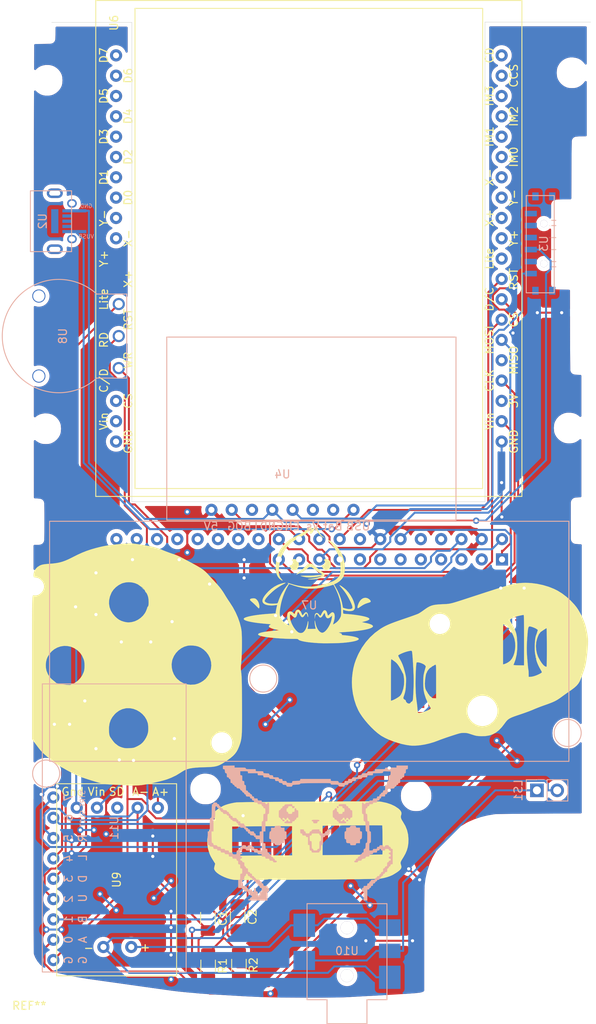
<source format=kicad_pcb>
(kicad_pcb (version 20171130) (host pcbnew "(5.1.9)-1")
  (layers (0 F.Cu signal) (31 B.Cu signal) (34 B.Paste user) (35 F.Paste user) (36 B.SilkS user) (37 F.SilkS user) (38 B.Mask user) (39 F.Mask user) (44 Edge.Cuts user))
  (net 0 "")
  (net 1 "Net-(C1-Pad1)")
  (net 2 "Net-(C1-Pad2)")
  (net 3 "Net-(C2-Pad2)")
  (net 4 "Net-(LS1-Pad1)")
  (net 5 "Net-(LS1-Pad2)")
  (net 6 "Net-(R1-Pad2)")
  (net 7 "Net-(U7-Pad2)")
  (net 8 "Net-(U2-Pad5)")
  (net 9 "Net-(U2-Pad1)")
  (net 10 "Net-(U3-Pad6)")
  (net 11 "Net-(U4-Pad8)")
  (net 12 "Net-(U4-Pad7)")
  (net 13 "Net-(U11-Pad4)")
  (net 14 "Net-(U11-Pad1)")
  (net 15 "Net-(U11-Pad6)")
  (net 16 "Net-(U11-Pad5)")
  (net 17 "Net-(U11-Pad7)")
  (net 18 "Net-(U11-Pad3)")
  (net 19 "Net-(U11-Pad2)")
  (net 20 "Net-(U11-Pad8)")
  (net 21 "Net-(U11-Pad9)")
  (net 22 "Net-(U6-Pad28)")
  (net 23 "Net-(U6-Pad29)")
  (net 24 "Net-(U6-Pad22)")
  (net 25 "Net-(U6-Pad27)")
  (net 26 "Net-(U6-Pad26)")
  (net 27 "Net-(U6-Pad24)")
  (net 28 "Net-(U8-Pad2)")
  (net 29 "Net-(U10-Pad2)")
  (module GBC_components:USB_micro_B_type_jack (layer B.Cu) (at 109.525 63.5)
    (fp_text reference U2 (at 1.524 0 -90) (layer B.SilkS) (effects (justify mirror)))
    (fp_text value USB_micro_B_type_jack)
    (fp_text user VUSB (at 6.985 1.905) (layer B.SilkS) (effects (font (size 0.5 0.5) (thickness 0.065)) (justify mirror)))
    (fp_text user GND (at 6.985 -1.905) (layer B.SilkS) (effects (font (size 0.5 0.5) (thickness 0.065)) (justify mirror)))
    (pad 3 smd rect (at 4.6 0) (size 1.2 0.4) (layers B.Cu B.Paste B.Mask))
    (pad 4 smd rect (at 4.6 -0.65) (size 1.2 0.4) (layers B.Cu B.Paste B.Mask))
    (pad 5 smd rect (at 5.5 -1.3) (size 3 0.4) (layers B.Cu B.Paste B.Mask) (net 8 "Net-(U2-Pad5)"))
    (pad 1 smd rect (at 5.5 1.3) (size 3 0.4) (layers B.Cu B.Paste B.Mask) (net 9 "Net-(U2-Pad1)"))
    (pad 2 smd rect (at 4.6 0.65) (size 1.2 0.4) (layers B.Cu B.Paste B.Mask))
    (pad "" thru_hole oval (at 5.2 -2.225) (size 1.2 1.05) (drill oval 0.8 0.65) (layers *.Cu *.Mask))
    (pad "" thru_hole oval (at 5.2 2.225) (size 1.2 1.05) (drill oval 0.8 0.65) (layers *.Cu *.Mask))
    (pad "" thru_hole oval (at 3.05 -3.5) (size 2 1.2) (drill oval 1.4 0.6) (layers *.Cu *.Mask))
    (pad "" thru_hole oval (at 3.05 3.5) (size 2 1.2) (drill oval 1.4 0.6) (layers *.Cu *.Mask))
    (pad "" smd rect (at 3.05 0) (size 0.9 3) (layers B.Cu B.Paste B.Mask))
  )
  (module GBC_components:1P4T_switch (layer B.Cu) (at 173.787 66.294 270)
    (fp_text reference U3 (at 0 0 270) (layer B.SilkS) (effects (justify mirror)))
    (fp_text value 1P4T_switch)
    (fp_text user A (at -2.25 -0.75 270) (layer B.SilkS) (effects (font (size 0.2 0.2) (thickness 0.01)) (justify mirror)))
    (fp_text user B (at -0.75 -0.75 270) (layer B.SilkS) (effects (font (size 0.2 0.2) (thickness 0.01)) (justify mirror)))
    (fp_text user C (at 0.75 -0.75 270) (layer B.SilkS) (effects (font (size 0.2 0.2) (thickness 0.01)) (justify mirror)))
    (fp_text user D (at 2.25 -0.75 270) (layer B.SilkS) (effects (font (size 0.2 0.2) (thickness 0.01)) (justify mirror)))
    (pad 4 smd rect (at 0.75 1.625 270) (size 0.7 1.5) (layers B.Cu B.Paste B.Mask) (net 8 "Net-(U2-Pad5)"))
    (pad 5 smd rect (at 2.25 1.625 270) (size 0.7 1.5) (layers B.Cu B.Paste B.Mask))
    (pad 6 smd rect (at 3.75 1.625 270) (size 0.7 1.5) (layers B.Cu B.Paste B.Mask) (net 10 "Net-(U3-Pad6)"))
    (pad 3 smd rect (at -0.75 1.625 270) (size 0.7 1.5) (layers B.Cu B.Paste B.Mask))
    (pad 2 smd rect (at -2.25 1.625 270) (size 0.7 1.5) (layers B.Cu B.Paste B.Mask))
    (pad 1 smd rect (at -3.75 1.625 270) (size 0.7 1.5) (layers B.Cu B.Paste B.Mask))
    (pad "" smd rect (at -5.9 1.05 270) (size 1 0.8) (layers B.Cu B.Paste B.Mask))
    (pad "" smd rect (at -5.9 -1.05 270) (size 1 0.8) (layers B.Cu B.Paste B.Mask))
    (pad "" smd rect (at 5.9 1.05 270) (size 1 0.8) (layers B.Cu B.Paste B.Mask))
    (pad "" smd rect (at 5.9 -1.05 270) (size 1 0.8) (layers B.Cu B.Paste B.Mask))
    (pad "" thru_hole circle (at -2.5 0 270) (size 0.9 0.9) (drill 0.9) (layers *.Cu *.Mask))
    (pad "" thru_hole circle (at 2.5 0 270) (size 0.9 0.9) (drill 0.9) (layers *.Cu *.Mask))
  )
  (module GBC_components:pikachu (layer B.Cu) (at 145.2372 138.7348 180)
    (fp_text reference G2 hide)
    (fp_text value LOGO hide)
  )
  (module GBC_components:outline_3 (layer F.Cu) (at 145.085 103.632)
    (fp_text reference REF** (at -35.7 57.9) (layer F.SilkS))
    (fp_text value outline_3)
    (fp_line (start -32.907772 -64.978183) (end -32.916728 -64.679991) (layer Edge.Cuts) (width 0.0004))
    (fp_line (start -32.916728 -64.679991) (end -32.923347 -64.337976) (layer Edge.Cuts) (width 0.0004))
    (fp_line (start -32.923347 -64.337976) (end -32.9255 -63.937646) (layer Edge.Cuts) (width 0.0004))
    (fp_line (start -32.9255 -63.937646) (end -32.928053 -63.408415) (layer Edge.Cuts) (width 0.0004))
    (fp_line (start -32.928053 -63.408415) (end -32.937864 -63.10392) (layer Edge.Cuts) (width 0.0004))
    (fp_line (start -32.937864 -63.10392) (end -32.95365 -62.908225) (layer Edge.Cuts) (width 0.0004))
    (fp_line (start -33.045262 -62.825639) (end -33.348136 -62.809334) (layer Edge.Cuts) (width 0.0004))
    (fp_line (start -33.348136 -62.809334) (end -33.751049 -62.796141) (layer Edge.Cuts) (width 0.0004))
    (fp_line (start -33.751049 -62.796141) (end -34.316481 -62.788022) (layer Edge.Cuts) (width 0.0004))
    (fp_line (start -34.316481 -62.788022) (end -35.588125 -62.776125) (layer Edge.Cuts) (width 0.0004))
    (fp_line (start -35.588125 -62.776125) (end -35.620661 -54.497375) (layer Edge.Cuts) (width 0.0004))
    (fp_line (start -35.620661 -54.497375) (end -35.632625 -50.003219) (layer Edge.Cuts) (width 0.0004))
    (fp_line (start -35.632625 -50.003219) (end -35.640655 -42.597091) (layer Edge.Cuts) (width 0.0004))
    (fp_line (start -35.640655 -42.597091) (end -35.644537 -34.107981) (layer Edge.Cuts) (width 0.0004))
    (fp_line (start -35.644537 -34.107981) (end -35.643036 -25.61125) (layer Edge.Cuts) (width 0.0004))
    (fp_line (start -35.643036 -25.61125) (end -35.632875 -5.003875) (layer Edge.Cuts) (width 0.0004))
    (fp_line (start -35.632875 -5.003875) (end -35.031702 -4.991331) (layer Edge.Cuts) (width 0.0004))
    (fp_line (start -35.031702 -4.991331) (end -34.788032 -4.982961) (layer Edge.Cuts) (width 0.0004))
    (fp_line (start -34.788032 -4.982961) (end -34.583345 -4.968549) (layer Edge.Cuts) (width 0.0004))
    (fp_line (start -34.583345 -4.968549) (end -34.419603 -4.950683) (layer Edge.Cuts) (width 0.0004))
    (fp_line (start -34.338254 -4.862308) (end -34.324464 -4.434545) (layer Edge.Cuts) (width 0.0004))
    (fp_line (start -34.324464 -4.434545) (end -34.315073 -3.787102) (layer Edge.Cuts) (width 0.0004))
    (fp_line (start -34.315073 -3.787102) (end -34.31275 -2.587375) (layer Edge.Cuts) (width 0.0004))
    (fp_line (start -34.31275 -2.587375) (end -34.314888 -1.298673) (layer Edge.Cuts) (width 0.0004))
    (fp_line (start -34.314888 -1.298673) (end -34.324533 -0.689632) (layer Edge.Cuts) (width 0.0004))
    (fp_line (start -34.324533 -0.689632) (end -34.339843 -0.317014) (layer Edge.Cuts) (width 0.0004))
    (fp_line (start -34.438297 -0.21252) (end -34.572176 -0.19958) (layer Edge.Cuts) (width 0.0004))
    (fp_line (start -34.572176 -0.19958) (end -34.768478 -0.19459) (layer Edge.Cuts) (width 0.0004))
    (fp_line (start -34.768478 -0.19459) (end -35.061799 -0.199385) (layer Edge.Cuts) (width 0.0004))
    (fp_line (start -35.061799 -0.199385) (end -35.677625 -0.215625) (layer Edge.Cuts) (width 0.0004))
    (fp_line (start -35.677625 -0.215625) (end -35.677625 1.842875) (layer Edge.Cuts) (width 0.0004))
    (fp_line (start -35.677625 1.842875) (end -35.677625 3.901375) (layer Edge.Cuts) (width 0.0004))
    (fp_line (start -35.677625 3.901375) (end -35.274875 3.930321) (layer Edge.Cuts) (width 0.0004))
    (fp_line (start -35.274875 3.930321) (end -35.103993 3.946628) (layer Edge.Cuts) (width 0.0004))
    (fp_line (start -35.103993 3.946628) (end -34.923572 3.971708) (layer Edge.Cuts) (width 0.0004))
    (fp_line (start -34.923572 3.971708) (end -34.759502 4.001147) (layer Edge.Cuts) (width 0.0004))
    (fp_line (start -34.758689 6.655521) (end -34.943056 6.678953) (layer Edge.Cuts) (width 0.0004))
    (fp_line (start -34.943056 6.678953) (end -35.185375 6.695643) (layer Edge.Cuts) (width 0.0004))
    (fp_line (start -35.185375 6.695643) (end -35.677625 6.720625) (layer Edge.Cuts) (width 0.0004))
    (fp_line (start -35.677625 6.720625) (end -35.677625 29.050875) (layer Edge.Cuts) (width 0.0004))
    (fp_line (start -35.677625 29.050875) (end -35.675969 43.293735) (layer Edge.Cuts) (width 0.0004))
    (fp_line (start -35.675969 43.293735) (end -35.666264 48.322461) (layer Edge.Cuts) (width 0.0004))
    (fp_line (start -35.666264 48.322461) (end -35.65206 51.280164) (layer Edge.Cuts) (width 0.0004))
    (fp_line (start -32.254644 54.311654) (end -30.600719 54.700788) (layer Edge.Cuts) (width 0.0004))
    (fp_line (start -30.600719 54.700788) (end -28.6295 55.029592) (layer Edge.Cuts) (width 0.0004))
    (fp_line (start -28.6295 55.029592) (end -26.776762 55.29031) (layer Edge.Cuts) (width 0.0004))
    (fp_line (start -26.776762 55.29031) (end -23.01804 55.817645) (layer Edge.Cuts) (width 0.0004))
    (fp_line (start -23.01804 55.817645) (end -19.168648 56.357348) (layer Edge.Cuts) (width 0.0004))
    (fp_line (start -19.168648 56.357348) (end -17.956625 56.52638) (layer Edge.Cuts) (width 0.0004))
    (fp_line (start -17.956625 56.52638) (end -17.031901 56.639049) (layer Edge.Cuts) (width 0.0004))
    (fp_line (start -17.031901 56.639049) (end -15.712603 56.769585) (layer Edge.Cuts) (width 0.0004))
    (fp_line (start -15.712603 56.769585) (end -14.325662 56.889922) (layer Edge.Cuts) (width 0.0004))
    (fp_line (start -14.325662 56.889922) (end -13.146 56.973301) (layer Edge.Cuts) (width 0.0004))
    (fp_line (start -13.146 56.973301) (end -8.758196 57.231224) (layer Edge.Cuts) (width 0.0004))
    (fp_line (start -8.758196 57.231224) (end -6.392856 57.340034) (layer Edge.Cuts) (width 0.0004))
    (fp_line (start -6.392856 57.340034) (end -4.254249 57.386467) (layer Edge.Cuts) (width 0.0004))
    (fp_line (start -4.254249 57.386467) (end -1.034773 57.399561) (layer Edge.Cuts) (width 0.0004))
    (fp_line (start -1.034773 57.399561) (end 1.109055 57.396169) (layer Edge.Cuts) (width 0.0004))
    (fp_line (start 1.109055 57.396169) (end 2.552997 57.385092) (layer Edge.Cuts) (width 0.0004))
    (fp_line (start 2.552997 57.385092) (end 3.581573 57.365655) (layer Edge.Cuts) (width 0.0004))
    (fp_line (start 3.581573 57.365655) (end 4.3065 57.333959) (layer Edge.Cuts) (width 0.0004))
    (fp_line (start 4.3065 57.333959) (end 4.854289 57.301349) (layer Edge.Cuts) (width 0.0004))
    (fp_line (start 4.854289 57.301349) (end 5.686757 57.254427) (layer Edge.Cuts) (width 0.0004))
    (fp_line (start 5.686757 57.254427) (end 6.620432 57.203172) (layer Edge.Cuts) (width 0.0004))
    (fp_line (start 6.620432 57.203172) (end 7.5285 57.154715) (layer Edge.Cuts) (width 0.0004))
    (fp_line (start 7.5285 57.154715) (end 8.459431 57.104495) (layer Edge.Cuts) (width 0.0004))
    (fp_line (start 8.459431 57.104495) (end 9.462259 57.047897) (layer Edge.Cuts) (width 0.0004))
    (fp_line (start 9.462259 57.047897) (end 10.390066 56.993468) (layer Edge.Cuts) (width 0.0004))
    (fp_line (start 10.390066 56.993468) (end 11.06375 56.951279) (layer Edge.Cuts) (width 0.0004))
    (fp_line (start 11.06375 56.951279) (end 12.701529 56.83644) (layer Edge.Cuts) (width 0.0004))
    (fp_line (start 14.050466 56.438811) (end 14.241 56.248277) (layer Edge.Cuts) (width 0.0004))
    (fp_line (start 14.241 56.248277) (end 14.241461 49.854326) (layer Edge.Cuts) (width 0.0004))
    (fp_line (start 14.241461 49.854326) (end 14.244569 47.119936) (layer Edge.Cuts) (width 0.0004))
    (fp_line (start 14.244569 47.119936) (end 14.25402 45.006815) (layer Edge.Cuts) (width 0.0004))
    (fp_line (start 14.25402 45.006815) (end 14.26745 43.357576) (layer Edge.Cuts) (width 0.0004))
    (fp_line (start 14.26745 43.357576) (end 14.288201 42.923375) (layer Edge.Cuts) (width 0.0004))
    (fp_line (start 14.288201 42.923375) (end 14.398494 42.075168) (layer Edge.Cuts) (width 0.0004))
    (fp_line (start 14.836825 40.486092) (end 15.176959 39.701375) (layer Edge.Cuts) (width 0.0004))
    (fp_line (start 19.527349 35.363445) (end 20.233154 35.058346) (layer Edge.Cuts) (width 0.0004))
    (fp_line (start 20.233154 35.058346) (end 20.957765 34.814128) (layer Edge.Cuts) (width 0.0004))
    (fp_line (start 20.957765 34.814128) (end 21.726386 34.623542) (layer Edge.Cuts) (width 0.0004))
    (fp_line (start 21.726386 34.623542) (end 22.5645 34.479358) (layer Edge.Cuts) (width 0.0004))
    (fp_line (start 22.844623 34.457881) (end 24.291125 34.437675) (layer Edge.Cuts) (width 0.0004))
    (fp_line (start 24.291125 34.437675) (end 26.099395 34.419257) (layer Edge.Cuts) (width 0.0004))
    (fp_line (start 26.099395 34.419257) (end 28.42675 34.404456) (layer Edge.Cuts) (width 0.0004))
    (fp_line (start 28.42675 34.404456) (end 33.953375 34.376125) (layer Edge.Cuts) (width 0.0004))
    (fp_line (start 33.953375 34.376125) (end 33.953375 17.057875) (layer Edge.Cuts) (width 0.0004))
    (fp_line (start 33.953375 17.057875) (end 33.953375 -0.260375) (layer Edge.Cuts) (width 0.0004))
    (fp_line (start 33.953375 -0.260375) (end 33.329874 -0.272878) (layer Edge.Cuts) (width 0.0004))
    (fp_line (start 33.329874 -0.272878) (end 33.07556 -0.281235) (layer Edge.Cuts) (width 0.0004))
    (fp_line (start 33.07556 -0.281235) (end 32.864241 -0.295563) (layer Edge.Cuts) (width 0.0004))
    (fp_line (start 32.864241 -0.295563) (end 32.696076 -0.31334) (layer Edge.Cuts) (width 0.0004))
    (fp_line (start 32.584627 -0.467686) (end 32.582315 -2.69923) (layer Edge.Cuts) (width 0.0004))
    (fp_line (start 32.582315 -2.69923) (end 32.584582 -4.930775) (layer Edge.Cuts) (width 0.0004))
    (fp_line (start 32.695352 -5.084933) (end 32.859094 -5.102799) (layer Edge.Cuts) (width 0.0004))
    (fp_line (start 32.859094 -5.102799) (end 33.063781 -5.117211) (layer Edge.Cuts) (width 0.0004))
    (fp_line (start 33.063781 -5.117211) (end 33.307451 -5.125581) (layer Edge.Cuts) (width 0.0004))
    (fp_line (start 33.307451 -5.125581) (end 33.908625 -5.138125) (layer Edge.Cuts) (width 0.0004))
    (fp_line (start 33.908625 -5.138125) (end 33.908625 -13.282625) (layer Edge.Cuts) (width 0.0004))
    (fp_line (start 33.908625 -13.282625) (end 33.908625 -21.427125) (layer Edge.Cuts) (width 0.0004))
    (fp_line (start 33.908625 -21.427125) (end 33.25307 -21.439482) (layer Edge.Cuts) (width 0.0004))
    (fp_line (start 33.25307 -21.439482) (end 32.939439 -21.448326) (layer Edge.Cuts) (width 0.0004))
    (fp_line (start 32.939439 -21.448326) (end 32.735528 -21.462484) (layer Edge.Cuts) (width 0.0004))
    (fp_line (start 32.735528 -21.462484) (end 32.598901 -21.481583) (layer Edge.Cuts) (width 0.0004))
    (fp_line (start 32.522696 -21.58091) (end 32.508184 -22.78449) (layer Edge.Cuts) (width 0.0004))
    (fp_line (start 32.508184 -22.78449) (end 32.495831 -24.368888) (layer Edge.Cuts) (width 0.0004))
    (fp_line (start 32.495831 -24.368888) (end 32.487998 -26.823861) (layer Edge.Cuts) (width 0.0004))
    (fp_line (start 32.487998 -26.823861) (end 32.476625 -32.077625) (layer Edge.Cuts) (width 0.0004))
    (fp_line (start 32.476625 -32.077625) (end 31.361498 -32.08961) (layer Edge.Cuts) (width 0.0004))
    (fp_line (start 31.361498 -32.08961) (end 30.871433 -32.097768) (layer Edge.Cuts) (width 0.0004))
    (fp_line (start 30.871433 -32.097768) (end 30.514665 -32.111114) (layer Edge.Cuts) (width 0.0004))
    (fp_line (start 30.514665 -32.111114) (end 30.245057 -32.127659) (layer Edge.Cuts) (width 0.0004))
    (fp_line (start 30.121546 -32.289924) (end 30.120456 -37.223901) (layer Edge.Cuts) (width 0.0004))
    (fp_line (start 30.120456 -37.223901) (end 30.121608 -42.157876) (layer Edge.Cuts) (width 0.0004))
    (fp_line (start 30.246221 -42.320401) (end 30.534801 -42.336804) (layer Edge.Cuts) (width 0.0004))
    (fp_line (start 30.534801 -42.336804) (end 30.917943 -42.350057) (layer Edge.Cuts) (width 0.0004))
    (fp_line (start 30.917943 -42.350057) (end 31.451062 -42.358192) (layer Edge.Cuts) (width 0.0004))
    (fp_line (start 31.451062 -42.358192) (end 32.655625 -42.370125) (layer Edge.Cuts) (width 0.0004))
    (fp_line (start 32.655625 -42.370125) (end 32.667062 -46.236715) (layer Edge.Cuts) (width 0.0004))
    (fp_line (start 32.667062 -46.236715) (end 32.674935 -48.035896) (layer Edge.Cuts) (width 0.0004))
    (fp_line (start 32.674935 -48.035896) (end 32.687385 -49.207941) (layer Edge.Cuts) (width 0.0004))
    (fp_line (start 32.687385 -49.207941) (end 32.702148 -50.093691) (layer Edge.Cuts) (width 0.0004))
    (fp_line (start 32.783541 -50.193413) (end 32.961266 -50.211716) (layer Edge.Cuts) (width 0.0004))
    (fp_line (start 32.961266 -50.211716) (end 33.232037 -50.225333) (layer Edge.Cuts) (width 0.0004))
    (fp_line (start 33.232037 -50.225333) (end 33.67841 -50.234025) (layer Edge.Cuts) (width 0.0004))
    (fp_line (start 33.67841 -50.234025) (end 34.579875 -50.246125) (layer Edge.Cuts) (width 0.0004))
    (fp_line (start 34.579875 -50.246125) (end 34.579875 -57.629875) (layer Edge.Cuts) (width 0.0004))
    (fp_line (start 34.579875 -57.629875) (end 34.579875 -65.013625) (layer Edge.Cuts) (width 0.0004))
    (fp_line (start 33.634518 -58.878816) (end 33.63925 -58.6815) (layer Edge.Cuts) (width 0.0004))
    (fp_line (start 33.63925 -58.6815) (end 33.634518 -58.484183) (layer Edge.Cuts) (width 0.0004))
    (fp_line (start 32.44516 -57.276893) (end 32.2305 -57.271875) (layer Edge.Cuts) (width 0.0004))
    (fp_line (start 32.2305 -57.271875) (end 32.015839 -57.276893) (layer Edge.Cuts) (width 0.0004))
    (fp_line (start -33.24784 -56.337143) (end -33.4625 -56.332125) (layer Edge.Cuts) (width 0.0004))
    (fp_line (start -33.4625 -56.332125) (end -33.677161 -56.337143) (layer Edge.Cuts) (width 0.0004))
    (fp_line (start 33.276518 -14.486816) (end 33.28125 -14.2895) (layer Edge.Cuts) (width 0.0004))
    (fp_line (start 33.28125 -14.2895) (end 33.276518 -14.092183) (layer Edge.Cuts) (width 0.0004))
    (fp_line (start 32.08716 -12.884893) (end 31.8725 -12.879875) (layer Edge.Cuts) (width 0.0004))
    (fp_line (start 31.8725 -12.879875) (end 31.657839 -12.884893) (layer Edge.Cuts) (width 0.0004))
    (fp_line (start -33.42684 -12.795393) (end -33.6415 -12.790375) (layer Edge.Cuts) (width 0.0004))
    (fp_line (start -33.6415 -12.790375) (end -33.856161 -12.795393) (layer Edge.Cuts) (width 0.0004))
    (fp_line (start 16.250462 11.218709) (end 16.072163 11.307589) (layer Edge.Cuts) (width 0.0004))
    (fp_line (start 15.805 11.368591) (end 15.561125 11.373492) (layer Edge.Cuts) (width 0.0004))
    (fp_line (start 15.561125 11.373492) (end 15.317249 11.368591) (layer Edge.Cuts) (width 0.0004))
    (fp_line (start 15.050086 11.307589) (end 14.871787 11.218709) (layer Edge.Cuts) (width 0.0004))
    (fp_line (start 14.823428 8.82769) (end 15.044454 8.719379) (layer Edge.Cuts) (width 0.0004))
    (fp_line (start 15.405444 8.639534) (end 15.660005 8.643026) (layer Edge.Cuts) (width 0.0004))
    (fp_line (start 15.660005 8.643026) (end 15.836098 8.658728) (layer Edge.Cuts) (width 0.0004))
    (fp_line (start 16.104537 8.73253) (end 16.259842 8.807825) (layer Edge.Cuts) (width 0.0004))
    (fp_line (start -5.031813 16.83926) (end -5.027071 17.0355) (layer Edge.Cuts) (width 0.0004))
    (fp_line (start -5.027071 17.0355) (end -5.031813 17.231741) (layer Edge.Cuts) (width 0.0004))
    (fp_line (start -6.21884 18.440107) (end -6.4335 18.445125) (layer Edge.Cuts) (width 0.0004))
    (fp_line (start -6.4335 18.445125) (end -6.648161 18.440107) (layer Edge.Cuts) (width 0.0004))
    (fp_line (start 22.585437 19.752118) (end 22.683725 19.889962) (layer Edge.Cuts) (width 0.0004))
    (fp_line (start 22.683725 19.889962) (end 22.780548 20.044033) (layer Edge.Cuts) (width 0.0004))
    (fp_line (start 22.780548 20.044033) (end 22.860578 20.192081) (layer Edge.Cuts) (width 0.0004))
    (fp_line (start 22.860578 20.192081) (end 22.965256 20.417601) (layer Edge.Cuts) (width 0.0004))
    (fp_line (start 23.02973 20.718514) (end 23.034375 21.01825) (layer Edge.Cuts) (width 0.0004))
    (fp_line (start 23.034375 21.01825) (end 23.02973 21.317987) (layer Edge.Cuts) (width 0.0004))
    (fp_line (start 22.965256 21.6189) (end 22.860578 21.84442) (layer Edge.Cuts) (width 0.0004))
    (fp_line (start 19.634812 22.284383) (end 19.536524 22.146539) (layer Edge.Cuts) (width 0.0004))
    (fp_line (start 19.536524 22.146539) (end 19.439701 21.992468) (layer Edge.Cuts) (width 0.0004))
    (fp_line (start 19.439701 21.992468) (end 19.359671 21.84442) (layer Edge.Cuts) (width 0.0004))
    (fp_line (start 19.359671 21.84442) (end 19.254993 21.6189) (layer Edge.Cuts) (width 0.0004))
    (fp_line (start 19.190519 21.317987) (end 19.185875 21.01825) (layer Edge.Cuts) (width 0.0004))
    (fp_line (start 19.185875 21.01825) (end 19.190519 20.718514) (layer Edge.Cuts) (width 0.0004))
    (fp_line (start 19.254993 20.417601) (end 19.359671 20.192081) (layer Edge.Cuts) (width 0.0004))
    (fp_line (start 33.097518 23.640184) (end 33.10225 23.8375) (layer Edge.Cuts) (width 0.0004))
    (fp_line (start 33.10225 23.8375) (end 33.097518 24.034817) (layer Edge.Cuts) (width 0.0004))
    (fp_line (start 31.90816 25.242107) (end 31.6935 25.247125) (layer Edge.Cuts) (width 0.0004))
    (fp_line (start 31.6935 25.247125) (end 31.478839 25.242107) (layer Edge.Cuts) (width 0.0004))
    (fp_line (start -10.401813 24.76001) (end -10.397071 24.95625) (layer Edge.Cuts) (width 0.0004))
    (fp_line (start -10.397071 24.95625) (end -10.401813 25.152491) (layer Edge.Cuts) (width 0.0004))
    (fp_line (start -11.58884 26.360857) (end -11.8035 26.365875) (layer Edge.Cuts) (width 0.0004))
    (fp_line (start -11.8035 26.365875) (end -12.018161 26.360857) (layer Edge.Cuts) (width 0.0004))
    (fp_line (start -33.38209 30.254107) (end -33.59675 30.259125) (layer Edge.Cuts) (width 0.0004))
    (fp_line (start -33.59675 30.259125) (end -33.811411 30.254107) (layer Edge.Cuts) (width 0.0004))
    (fp_line (start -12.236563 30.62226) (end -12.231821 30.8185) (layer Edge.Cuts) (width 0.0004))
    (fp_line (start -12.231821 30.8185) (end -12.236563 31.014741) (layer Edge.Cuts) (width 0.0004))
    (fp_line (start -13.42359 32.223107) (end -13.63825 32.228125) (layer Edge.Cuts) (width 0.0004))
    (fp_line (start -13.63825 32.228125) (end -13.852911 32.223107) (layer Edge.Cuts) (width 0.0004))
    (fp_line (start 12.93416 33.073357) (end 12.7195 33.078375) (layer Edge.Cuts) (width 0.0004))
    (fp_line (start 12.7195 33.078375) (end 12.504839 33.073357) (layer Edge.Cuts) (width 0.0004))
    (fp_arc (start -33.041752 -62.917617) (end -32.985168 -62.849438) (angle -44.22448218) (layer Edge.Cuts) (width 0.0004))
    (fp_arc (start -33.051656 -62.929552) (end -33.045262 -62.825639) (angle -36.16868069) (layer Edge.Cuts) (width 0.0004))
    (fp_arc (start -34.431189 -4.85816) (end -34.371639 -4.929914) (angle -32.55226982) (layer Edge.Cuts) (width 0.0004))
    (fp_arc (start -34.430767 -4.858669) (end -34.338254 -4.862308) (angle -48.05688564) (layer Edge.Cuts) (width 0.0004))
    (fp_arc (start -34.449481 -0.322916) (end -34.379361 -0.238426) (angle -47.22835294) (layer Edge.Cuts) (width 0.0004))
    (fp_arc (start -34.454118 -0.328503) (end -34.438297 -0.21252) (angle -31.92272154) (layer Edge.Cuts) (width 0.0004))
    (fp_arc (start -34.978774 5.097626) (end -34.644511 4.030567) (angle -6.084756786) (layer Edge.Cuts) (width 0.0004))
    (fp_arc (start -35.046025 5.312309) (end -33.982705 4.491682) (angle -34.94700113) (layer Edge.Cuts) (width 0.0004))
    (fp_arc (start -35.078095 5.337058) (end -33.696979 5.253039) (angle -34.17819888) (layer Edge.Cuts) (width 0.0004))
    (fp_arc (start -35.075429 5.336895) (end -33.888434 6.042727) (angle -34.21854009) (layer Edge.Cuts) (width 0.0004))
    (fp_arc (start -35.038408 5.358907) (end -34.489477 6.579039) (angle -35.03991192) (layer Edge.Cuts) (width 0.0004))
    (fp_arc (start -34.836024 5.808754) (end -34.612222 6.623215) (angle -8.857868719) (layer Edge.Cuts) (width 0.0004))
    (fp_arc (start -35.001429 5.206822) (end -34.758689 6.655521) (angle -5.852980774) (layer Edge.Cuts) (width 0.0004))
    (fp_arc (start -34.383528 51.272583) (end -35.65206 51.280164) (angle -16.80948066) (layer Edge.Cuts) (width 0.0004))
    (fp_arc (start -32.646887 50.736601) (end -35.595665 51.646687) (angle -9.856127233) (layer Edge.Cuts) (width 0.0004))
    (fp_arc (start -31.527418 50.166008) (end -35.396359 52.138011) (angle -7.629894482) (layer Edge.Cuts) (width 0.0004))
    (fp_arc (start -31.57509 50.198943) (end -35.100275 52.634245) (angle -7.673619681) (layer Edge.Cuts) (width 0.0004))
    (fp_arc (start -32.643002 51.171056) (end -34.743521 53.083154) (angle -10.44168592) (layer Edge.Cuts) (width 0.0004))
    (fp_arc (start -32.378785 50.823544) (end -34.362198 53.432176) (angle -16.28054228) (layer Edge.Cuts) (width 0.0004))
    (fp_arc (start -28.360871 40.337964) (end -33.551358 53.883603) (angle -5.395577815) (layer Edge.Cuts) (width 0.0004))
    (fp_arc (start 12.170867 49.73946) (end 12.701529 56.83644) (angle -5.459942156) (layer Edge.Cuts) (width 0.0004))
    (fp_arc (start 13.096126 55.131955) (end 13.374398 56.753748) (angle -14.09141608) (layer Edge.Cuts) (width 0.0004))
    (fp_arc (start 13.374939 55.763284) (end 13.760882 56.637195) (angle -21.17246079) (layer Edge.Cuts) (width 0.0004))
    (fp_arc (start 22.825337 43.544625) (end 14.579295 41.270032) (angle -5.529344733) (layer Edge.Cuts) (width 0.0004))
    (fp_arc (start 22.824704 43.544448) (end 14.836825 40.486092) (angle -5.529573783) (layer Edge.Cuts) (width 0.0004))
    (fp_arc (start 24.296238 44.132975) (end 15.985221 38.325453) (angle -9.026977313) (layer Edge.Cuts) (width 0.0004))
    (fp_arc (start 23.105112 43.300652) (end 16.97204 37.149971) (angle -10.13725769) (layer Edge.Cuts) (width 0.0004))
    (fp_arc (start 23.101303 43.296833) (end 18.150041 36.166841) (angle -10.14068871) (layer Edge.Cuts) (width 0.0004))
    (fp_arc (start 23.917997 44.472883) (end 19.527349 35.363445) (angle -9.043681691) (layer Edge.Cuts) (width 0.0004))
    (fp_arc (start 22.879349 36.748352) (end 22.844623 34.457881) (angle -7.031422871) (layer Edge.Cuts) (width 0.0004))
    (fp_arc (start 32.707397 -0.406544) (end 32.647436 -0.334295) (angle -32.76425518) (layer Edge.Cuts) (width 0.0004))
    (fp_arc (start 32.758439 -0.468045) (end 32.584627 -0.467686) (angle -50.19161595) (layer Edge.Cuts) (width 0.0004))
    (fp_arc (start 32.758386 -4.93042) (end 32.647388 -5.064164) (angle -50.19292615) (layer Edge.Cuts) (width 0.0004))
    (fp_arc (start 32.706938 -4.99241) (end 32.695352 -5.084933) (angle -32.55226982) (layer Edge.Cuts) (width 0.0004))
    (fp_arc (start 32.613837 -21.565241) (end 32.548443 -21.510969) (angle -40.18713066) (layer Edge.Cuts) (width 0.0004))
    (fp_arc (start 32.634432 -21.582333) (end 32.522696 -21.58091) (angle -38.96050179) (layer Edge.Cuts) (width 0.0004))
    (fp_arc (start 30.252261 -32.22989) (end 30.18681 -32.151027) (angle -35.65954117) (layer Edge.Cuts) (width 0.0004))
    (fp_arc (start 30.302152 -32.290005) (end 30.121546 -32.289924) (angle -50.28419466) (layer Edge.Cuts) (width 0.0004))
    (fp_arc (start 30.30222 -42.157793) (end 30.186874 -42.296775) (angle -50.28332136) (layer Edge.Cuts) (width 0.0004))
    (fp_arc (start 30.252942 -42.217168) (end 30.246221 -42.320401) (angle -35.96524666) (layer Edge.Cuts) (width 0.0004))
    (fp_arc (start 32.813165 -50.091706) (end 32.727722 -50.162616) (angle -38.66568336) (layer Edge.Cuts) (width 0.0004))
    (fp_arc (start 32.794878 -50.106882) (end 32.783541 -50.193413) (angle -42.84603355) (layer Edge.Cuts) (width 0.0004))
    (fp_arc (start 32.338599 -58.847125) (end 33.081174 -59.835513) (angle -10.84715158) (layer Edge.Cuts) (width 0.0004))
    (fp_arc (start 32.158331 -58.607183) (end 33.265987 -59.671858) (angle -9.21598285) (layer Edge.Cuts) (width 0.0004))
    (fp_arc (start 32.134029 -58.583823) (end 33.424132 -59.478688) (angle -9.119879891) (layer Edge.Cuts) (width 0.0004))
    (fp_arc (start 32.287927 -58.690573) (end 33.544042 -59.268727) (angle -10.03135122) (layer Edge.Cuts) (width 0.0004))
    (fp_arc (start 32.642528 -58.853787) (end 33.590322 -59.148046) (angle -7.467350938) (layer Edge.Cuts) (width 0.0004))
    (fp_arc (start 32.731241 -58.88133) (end 33.619179 -59.025293) (angle -8.038508406) (layer Edge.Cuts) (width 0.0004))
    (fp_arc (start 32.329418 -58.816182) (end 33.634518 -58.878816) (angle -6.461709546) (layer Edge.Cuts) (width 0.0004))
    (fp_arc (start 32.329418 -58.546817) (end 33.619179 -58.337706) (angle -6.461709546) (layer Edge.Cuts) (width 0.0004))
    (fp_arc (start 32.731241 -58.481669) (end 33.590322 -58.214953) (angle -8.038508406) (layer Edge.Cuts) (width 0.0004))
    (fp_arc (start 32.642528 -58.509212) (end 33.544042 -58.094272) (angle -7.467350938) (layer Edge.Cuts) (width 0.0004))
    (fp_arc (start 32.282035 -58.675137) (end 33.422329 -57.881541) (angle -10.12101745) (layer Edge.Cuts) (width 0.0004))
    (fp_arc (start 32.165605 -58.756166) (end 33.262432 -57.687851) (angle -9.409322991) (layer Edge.Cuts) (width 0.0004))
    (fp_arc (start 32.167529 -58.754292) (end 33.073175 -57.523068) (angle -9.417559672) (layer Edge.Cuts) (width 0.0004))
    (fp_arc (start 32.257052 -58.632587) (end 32.864184 -57.39627) (angle -10.18208937) (layer Edge.Cuts) (width 0.0004))
    (fp_arc (start 32.043415 -59.067627) (end 32.713504 -57.330365) (angle -5.06228999) (layer Edge.Cuts) (width 0.0004))
    (fp_arc (start 32.443664 -58.029947) (end 32.588099 -57.294171) (angle -9.9862882) (layer Edge.Cuts) (width 0.0004))
    (fp_arc (start 32.399378 -58.255535) (end 32.44516 -57.276893) (angle -8.42784591) (layer Edge.Cuts) (width 0.0004))
    (fp_arc (start 32.061621 -58.255535) (end 31.8729 -57.294171) (angle -8.42784591) (layer Edge.Cuts) (width 0.0004))
    (fp_arc (start 32.017335 -58.029947) (end 31.747495 -57.330365) (angle -9.9862882) (layer Edge.Cuts) (width 0.0004))
    (fp_arc (start 32.417584 -59.067627) (end 31.596815 -57.39627) (angle -5.06228999) (layer Edge.Cuts) (width 0.0004))
    (fp_arc (start 32.204567 -58.633851) (end 31.387416 -57.523341) (angle -10.19215351) (layer Edge.Cuts) (width 0.0004))
    (fp_arc (start 32.29042 -58.750524) (end 31.198063 -57.688379) (angle -9.45645478) (layer Edge.Cuts) (width 0.0004))
    (fp_arc (start 32.287719 -58.7479) (end 31.038617 -57.88206) (angle -9.468123206) (layer Edge.Cuts) (width 0.0004))
    (fp_arc (start 32.158069 -58.658031) (end 30.918118 -58.094272) (angle -10.2790695) (layer Edge.Cuts) (width 0.0004))
    (fp_arc (start 31.779745 -58.486021) (end 30.843274 -58.348578) (angle -16.09993359) (layer Edge.Cuts) (width 0.0004))
    (fp_arc (start 33.12397 -58.683309) (end 30.818842 -58.68052) (angle -8.28021913) (layer Edge.Cuts) (width 0.0004))
    (fp_arc (start 33.121294 -58.683308) (end 30.842451 -59.012191) (angle -8.281592434) (layer Edge.Cuts) (width 0.0004))
    (fp_arc (start 31.766993 -58.878762) (end 30.9167 -59.265523) (angle -16.24656567) (layer Edge.Cuts) (width 0.0004))
    (fp_arc (start 32.287216 -58.642138) (end 31.076138 -59.536684) (angle -11.99227955) (layer Edge.Cuts) (width 0.0004))
    (fp_arc (start 32.215364 -58.69521) (end 31.286299 -59.764206) (angle -12.55513988) (layer Edge.Cuts) (width 0.0004))
    (fp_arc (start 32.20253 -58.709977) (end 31.539365 -59.939241) (angle -12.6479072) (layer Edge.Cuts) (width 0.0004))
    (fp_arc (start 32.212337 -58.691801) (end 31.825537 -60.055393) (angle -12.50944018) (layer Edge.Cuts) (width 0.0004))
    (fp_arc (start 32.132718 -58.972491) (end 32.071895 -60.096474) (angle -12.73929951) (layer Edge.Cuts) (width 0.0004))
    (fp_arc (start 32.178195 -58.132103) (end 32.35954 -60.090972) (angle -8.386648437) (layer Edge.Cuts) (width 0.0004))
    (fp_arc (start 32.177225 -58.121647) (end 32.644261 -60.043458) (angle -8.369940419) (layer Edge.Cuts) (width 0.0004))
    (fp_arc (start 32.368265 -58.90776) (end 32.881902 -59.957598) (angle -12.41118246) (layer Edge.Cuts) (width 0.0004))
    (fp_arc (start -33.355029 -57.90609) (end -32.611421 -58.895491) (angle -10.85721304) (layer Edge.Cuts) (width 0.0004))
    (fp_arc (start -33.531326 -57.671516) (end -32.426523 -58.731586) (angle -9.256253604) (layer Edge.Cuts) (width 0.0004))
    (fp_arc (start -33.550974 -57.652663) (end -32.268831 -58.538426) (angle -9.177770869) (layer Edge.Cuts) (width 0.0004))
    (fp_arc (start -33.384169 -57.767901) (end -32.150119 -58.328977) (angle -10.18895129) (layer Edge.Cuts) (width 0.0004))
    (fp_arc (start -33.015221 -57.935648) (end -32.07499 -58.073766) (angle -16.09263584) (layer Edge.Cuts) (width 0.0004))
    (fp_arc (start -34.335164 -57.741749) (end -32.050734 -57.74175) (angle -8.35689437) (layer Edge.Cuts) (width 0.0004))
    (fp_arc (start -34.335164 -57.74175) (end -32.07499 -57.409733) (angle -8.35689437) (layer Edge.Cuts) (width 0.0004))
    (fp_arc (start -33.015221 -57.547851) (end -32.150119 -57.154522) (angle -16.09263584) (layer Edge.Cuts) (width 0.0004))
    (fp_arc (start -33.39007 -57.718281) (end -32.270618 -56.94231) (angle -10.2790695) (layer Edge.Cuts) (width 0.0004))
    (fp_arc (start -33.51972 -57.80815) (end -32.430064 -56.748629) (angle -9.468123206) (layer Edge.Cuts) (width 0.0004))
    (fp_arc (start -33.522421 -57.810774) (end -32.619417 -56.583591) (angle -9.45645478) (layer Edge.Cuts) (width 0.0004))
    (fp_arc (start -33.436568 -57.694101) (end -32.828816 -56.45652) (angle -10.19215351) (layer Edge.Cuts) (width 0.0004))
    (fp_arc (start -33.649585 -58.127877) (end -32.979496 -56.390615) (angle -5.06228999) (layer Edge.Cuts) (width 0.0004))
    (fp_arc (start -33.249336 -57.090197) (end -33.104901 -56.354421) (angle -9.9862882) (layer Edge.Cuts) (width 0.0004))
    (fp_arc (start -33.293622 -57.315785) (end -33.24784 -56.337143) (angle -8.42784591) (layer Edge.Cuts) (width 0.0004))
    (fp_arc (start -33.631379 -57.315785) (end -33.8201 -56.354421) (angle -8.42784591) (layer Edge.Cuts) (width 0.0004))
    (fp_arc (start -33.675665 -57.090197) (end -33.945505 -56.390615) (angle -9.9862882) (layer Edge.Cuts) (width 0.0004))
    (fp_arc (start -33.275416 -58.127877) (end -34.096185 -56.45652) (angle -5.06228999) (layer Edge.Cuts) (width 0.0004))
    (fp_arc (start -33.477313 -57.716743) (end -34.645223 -56.937544) (angle -30.13504451) (layer Edge.Cuts) (width 0.0004))
    (fp_arc (start -33.439067 -57.74226) (end -34.884956 -57.633697) (angle -29.41622213) (layer Edge.Cuts) (width 0.0004))
    (fp_arc (start -33.431711 -57.742813) (end -34.752141 -58.359491) (angle -29.3278499) (layer Edge.Cuts) (width 0.0004))
    (fp_arc (start -33.463344 -57.757587) (end -34.281255 -58.921334) (angle -29.86561156) (layer Edge.Cuts) (width 0.0004))
    (fp_arc (start -33.586137 -57.9323) (end -33.954322 -59.083742) (angle -17.36831878) (layer Edge.Cuts) (width 0.0004))
    (fp_arc (start -33.462331 -57.545109) (end -33.568151 -59.157017) (angle -13.97611204) (layer Edge.Cuts) (width 0.0004))
    (fp_arc (start -33.459734 -57.505541) (end -33.170834 -59.135162) (angle -13.80896569) (layer Edge.Cuts) (width 0.0004))
    (fp_arc (start -33.407873 -57.798083) (end -32.811098 -59.017848) (angle -16.01737596) (layer Edge.Cuts) (width 0.0004))
    (fp_arc (start 31.980599 -14.455125) (end 32.723174 -15.443513) (angle -10.84715158) (layer Edge.Cuts) (width 0.0004))
    (fp_arc (start 31.800331 -14.215183) (end 32.907987 -15.279858) (angle -9.21598285) (layer Edge.Cuts) (width 0.0004))
    (fp_arc (start 31.776029 -14.191823) (end 33.066132 -15.086688) (angle -9.119879891) (layer Edge.Cuts) (width 0.0004))
    (fp_arc (start 31.929927 -14.298573) (end 33.186042 -14.876727) (angle -10.03135122) (layer Edge.Cuts) (width 0.0004))
    (fp_arc (start 32.284528 -14.461787) (end 33.232322 -14.756046) (angle -7.467350938) (layer Edge.Cuts) (width 0.0004))
    (fp_arc (start 32.373241 -14.48933) (end 33.261179 -14.633293) (angle -8.038508406) (layer Edge.Cuts) (width 0.0004))
    (fp_arc (start 31.971418 -14.424182) (end 33.276518 -14.486816) (angle -6.461709546) (layer Edge.Cuts) (width 0.0004))
    (fp_arc (start 31.971418 -14.154817) (end 33.261179 -13.945706) (angle -6.461709546) (layer Edge.Cuts) (width 0.0004))
    (fp_arc (start 32.373241 -14.089669) (end 33.232322 -13.822953) (angle -8.038508406) (layer Edge.Cuts) (width 0.0004))
    (fp_arc (start 32.284528 -14.117212) (end 33.186042 -13.702272) (angle -7.467350938) (layer Edge.Cuts) (width 0.0004))
    (fp_arc (start 31.924035 -14.283137) (end 33.064329 -13.489541) (angle -10.12101745) (layer Edge.Cuts) (width 0.0004))
    (fp_arc (start 31.807605 -14.364166) (end 32.904432 -13.295851) (angle -9.409322991) (layer Edge.Cuts) (width 0.0004))
    (fp_arc (start 31.809529 -14.362292) (end 32.715175 -13.131068) (angle -9.417559672) (layer Edge.Cuts) (width 0.0004))
    (fp_arc (start 31.899052 -14.240587) (end 32.506184 -13.00427) (angle -10.18208937) (layer Edge.Cuts) (width 0.0004))
    (fp_arc (start 31.685415 -14.675627) (end 32.355504 -12.938365) (angle -5.06228999) (layer Edge.Cuts) (width 0.0004))
    (fp_arc (start 32.085664 -13.637947) (end 32.230099 -12.902171) (angle -9.9862882) (layer Edge.Cuts) (width 0.0004))
    (fp_arc (start 32.041378 -13.863535) (end 32.08716 -12.884893) (angle -8.42784591) (layer Edge.Cuts) (width 0.0004))
    (fp_arc (start 31.703621 -13.863535) (end 31.5149 -12.902171) (angle -8.42784591) (layer Edge.Cuts) (width 0.0004))
    (fp_arc (start 31.659335 -13.637947) (end 31.389495 -12.938365) (angle -9.9862882) (layer Edge.Cuts) (width 0.0004))
    (fp_arc (start 32.059584 -14.675627) (end 31.238815 -13.00427) (angle -5.06228999) (layer Edge.Cuts) (width 0.0004))
    (fp_arc (start 31.846567 -14.241851) (end 31.029416 -13.131341) (angle -10.19215351) (layer Edge.Cuts) (width 0.0004))
    (fp_arc (start 31.93242 -14.358524) (end 30.840063 -13.296379) (angle -9.45645478) (layer Edge.Cuts) (width 0.0004))
    (fp_arc (start 31.929719 -14.3559) (end 30.680617 -13.49006) (angle -9.468123206) (layer Edge.Cuts) (width 0.0004))
    (fp_arc (start 31.800069 -14.266031) (end 30.560118 -13.702272) (angle -10.2790695) (layer Edge.Cuts) (width 0.0004))
    (fp_arc (start 31.421745 -14.094021) (end 30.485274 -13.956578) (angle -16.09993359) (layer Edge.Cuts) (width 0.0004))
    (fp_arc (start 32.76597 -14.291309) (end 30.460842 -14.28852) (angle -8.28021913) (layer Edge.Cuts) (width 0.0004))
    (fp_arc (start 32.763294 -14.291308) (end 30.484451 -14.620191) (angle -8.281592434) (layer Edge.Cuts) (width 0.0004))
    (fp_arc (start 31.408993 -14.486762) (end 30.5587 -14.873523) (angle -16.24656567) (layer Edge.Cuts) (width 0.0004))
    (fp_arc (start 31.929216 -14.250138) (end 30.718138 -15.144684) (angle -11.99227955) (layer Edge.Cuts) (width 0.0004))
    (fp_arc (start 31.857364 -14.30321) (end 30.928299 -15.372206) (angle -12.55513988) (layer Edge.Cuts) (width 0.0004))
    (fp_arc (start 31.84453 -14.317977) (end 31.181365 -15.547241) (angle -12.6479072) (layer Edge.Cuts) (width 0.0004))
    (fp_arc (start 31.854337 -14.299801) (end 31.467537 -15.663393) (angle -12.50944018) (layer Edge.Cuts) (width 0.0004))
    (fp_arc (start 31.774718 -14.580491) (end 31.713895 -15.704474) (angle -12.73929951) (layer Edge.Cuts) (width 0.0004))
    (fp_arc (start 31.820195 -13.740103) (end 32.00154 -15.698972) (angle -8.386648437) (layer Edge.Cuts) (width 0.0004))
    (fp_arc (start 31.819225 -13.729647) (end 32.286261 -15.651458) (angle -8.369940419) (layer Edge.Cuts) (width 0.0004))
    (fp_arc (start 32.010265 -14.51576) (end 32.523902 -15.565598) (angle -12.41118246) (layer Edge.Cuts) (width 0.0004))
    (fp_arc (start -33.534029 -14.36434) (end -32.790421 -15.353741) (angle -10.85721304) (layer Edge.Cuts) (width 0.0004))
    (fp_arc (start -33.710326 -14.129766) (end -32.605523 -15.189836) (angle -9.256253604) (layer Edge.Cuts) (width 0.0004))
    (fp_arc (start -33.729974 -14.110913) (end -32.447831 -14.996676) (angle -9.177770869) (layer Edge.Cuts) (width 0.0004))
    (fp_arc (start -33.563169 -14.226151) (end -32.329119 -14.787227) (angle -10.18895129) (layer Edge.Cuts) (width 0.0004))
    (fp_arc (start -33.194221 -14.393898) (end -32.25399 -14.532016) (angle -16.09263584) (layer Edge.Cuts) (width 0.0004))
    (fp_arc (start -34.514164 -14.199999) (end -32.229734 -14.2) (angle -8.35689437) (layer Edge.Cuts) (width 0.0004))
    (fp_arc (start -34.514164 -14.2) (end -32.25399 -13.867983) (angle -8.35689437) (layer Edge.Cuts) (width 0.0004))
    (fp_arc (start -33.194221 -14.006101) (end -32.329119 -13.612772) (angle -16.09263584) (layer Edge.Cuts) (width 0.0004))
    (fp_arc (start -33.56907 -14.176531) (end -32.449618 -13.40056) (angle -10.2790695) (layer Edge.Cuts) (width 0.0004))
    (fp_arc (start -33.69872 -14.2664) (end -32.609064 -13.206879) (angle -9.468123206) (layer Edge.Cuts) (width 0.0004))
    (fp_arc (start -33.701421 -14.269024) (end -32.798417 -13.041841) (angle -9.45645478) (layer Edge.Cuts) (width 0.0004))
    (fp_arc (start -33.615568 -14.152351) (end -33.007816 -12.91477) (angle -10.19215351) (layer Edge.Cuts) (width 0.0004))
    (fp_arc (start -33.828585 -14.586127) (end -33.158496 -12.848865) (angle -5.06228999) (layer Edge.Cuts) (width 0.0004))
    (fp_arc (start -33.428336 -13.548447) (end -33.283901 -12.812671) (angle -9.9862882) (layer Edge.Cuts) (width 0.0004))
    (fp_arc (start -33.472622 -13.774035) (end -33.42684 -12.795393) (angle -8.42784591) (layer Edge.Cuts) (width 0.0004))
    (fp_arc (start -33.810379 -13.774035) (end -33.9991 -12.812671) (angle -8.42784591) (layer Edge.Cuts) (width 0.0004))
    (fp_arc (start -33.854665 -13.548447) (end -34.124505 -12.848865) (angle -9.9862882) (layer Edge.Cuts) (width 0.0004))
    (fp_arc (start -33.454416 -14.586127) (end -34.275185 -12.91477) (angle -5.06228999) (layer Edge.Cuts) (width 0.0004))
    (fp_arc (start -33.656313 -14.174993) (end -34.824223 -13.395794) (angle -30.13504451) (layer Edge.Cuts) (width 0.0004))
    (fp_arc (start -33.618067 -14.20051) (end -35.063956 -14.091947) (angle -29.41622213) (layer Edge.Cuts) (width 0.0004))
    (fp_arc (start -33.610711 -14.201063) (end -34.931141 -14.817741) (angle -29.3278499) (layer Edge.Cuts) (width 0.0004))
    (fp_arc (start -33.642344 -14.215837) (end -34.460255 -15.379584) (angle -29.86561156) (layer Edge.Cuts) (width 0.0004))
    (fp_arc (start -33.765137 -14.39055) (end -34.133322 -15.541992) (angle -17.36831878) (layer Edge.Cuts) (width 0.0004))
    (fp_arc (start -33.641331 -14.003359) (end -33.747151 -15.615267) (angle -13.97611204) (layer Edge.Cuts) (width 0.0004))
    (fp_arc (start -33.638734 -13.963791) (end -33.349834 -15.593412) (angle -13.80896569) (layer Edge.Cuts) (width 0.0004))
    (fp_arc (start -33.586873 -14.256333) (end -32.990098 -15.476098) (angle -16.01737596) (layer Edge.Cuts) (width 0.0004))
    (fp_arc (start 15.530025 10.177102) (end 16.565892 9.021883) (angle -13.82472192) (layer Edge.Cuts) (width 0.0004))
    (fp_arc (start 15.867798 9.80041) (end 16.777583 9.284919) (angle -18.58167978) (layer Edge.Cuts) (width 0.0004))
    (fp_arc (start 15.802619 9.837339) (end 16.899964 9.61028) (angle -17.84562899) (layer Edge.Cuts) (width 0.0004))
    (fp_arc (start 14.969392 10.009749) (end 16.94086 10.00975) (angle -11.69056476) (layer Edge.Cuts) (width 0.0004))
    (fp_arc (start 14.961475 10.00975) (end 16.89982 10.410725) (angle -11.68759313) (layer Edge.Cuts) (width 0.0004))
    (fp_arc (start 15.814442 10.186199) (end 16.776916 10.735838) (angle -18.04174851) (layer Edge.Cuts) (width 0.0004))
    (fp_arc (start 15.864344 10.214698) (end 16.56283 10.999867) (angle -18.6144653) (layer Edge.Cuts) (width 0.0004))
    (fp_arc (start 15.466927 9.767961) (end 16.250462 11.218709) (angle -13.28322735) (layer Edge.Cuts) (width 0.0004))
    (fp_arc (start 15.806628 10.728102) (end 15.946277 11.350044) (angle -11.96325272) (layer Edge.Cuts) (width 0.0004))
    (fp_arc (start 15.773274 10.579566) (end 15.805 11.368591) (angle -10.35271705) (layer Edge.Cuts) (width 0.0004))
    (fp_arc (start 15.348975 10.579566) (end 15.175972 11.350044) (angle -10.35271705) (layer Edge.Cuts) (width 0.0004))
    (fp_arc (start 15.315621 10.728102) (end 15.050086 11.307589) (angle -11.96325272) (layer Edge.Cuts) (width 0.0004))
    (fp_arc (start 15.655322 9.767961) (end 14.559419 10.999867) (angle -13.28322735) (layer Edge.Cuts) (width 0.0004))
    (fp_arc (start 15.257905 10.214698) (end 14.345333 10.735838) (angle -18.6144653) (layer Edge.Cuts) (width 0.0004))
    (fp_arc (start 15.307807 10.186199) (end 14.222429 10.410725) (angle -18.04174851) (layer Edge.Cuts) (width 0.0004))
    (fp_arc (start 16.160774 10.00975) (end 14.181389 10.00975) (angle -11.68759313) (layer Edge.Cuts) (width 0.0004))
    (fp_arc (start 16.102824 10.009752) (end 14.221195 9.620673) (angle -11.68279278) (layer Edge.Cuts) (width 0.0004))
    (fp_arc (start 15.377377 9.859746) (end 14.339895 9.296234) (angle -16.82589315) (layer Edge.Cuts) (width 0.0004))
    (fp_arc (start 15.27664 9.805029) (end 14.540808 9.033722) (angle -17.83970628) (layer Edge.Cuts) (width 0.0004))
    (fp_arc (start 15.458395 9.995546) (end 14.823428 8.82769) (angle -15.11855579) (layer Edge.Cuts) (width 0.0004))
    (fp_arc (start 15.423159 9.582907) (end 15.219914 8.662152) (angle -11.23242967) (layer Edge.Cuts) (width 0.0004))
    (fp_arc (start 15.430186 9.614737) (end 15.405444 8.639534) (angle -10.99441063) (layer Edge.Cuts) (width 0.0004))
    (fp_arc (start 15.713744 9.631891) (end 15.973586 8.686112) (angle -8.196217559) (layer Edge.Cuts) (width 0.0004))
    (fp_arc (start 15.719614 9.610523) (end 16.104537 8.73253) (angle -8.310889449) (layer Edge.Cuts) (width 0.0004))
    (fp_arc (start -6.326029 16.87116) (end -5.582421 15.881759) (angle -10.85721304) (layer Edge.Cuts) (width 0.0004))
    (fp_arc (start -6.502326 17.105734) (end -5.397523 16.045664) (angle -9.256253604) (layer Edge.Cuts) (width 0.0004))
    (fp_arc (start -6.521974 17.124587) (end -5.239831 16.238824) (angle -9.177770869) (layer Edge.Cuts) (width 0.0004))
    (fp_arc (start -6.355169 17.009349) (end -5.121119 16.448273) (angle -10.18895129) (layer Edge.Cuts) (width 0.0004))
    (fp_arc (start -6.015133 16.854747) (end -5.075666 16.568591) (angle -7.509017753) (layer Edge.Cuts) (width 0.0004))
    (fp_arc (start -5.962407 16.838687) (end -5.047108 16.692096) (angle -7.841418501) (layer Edge.Cuts) (width 0.0004))
    (fp_arc (start -6.370054 16.903973) (end -5.031813 16.83926) (angle -6.330489879) (layer Edge.Cuts) (width 0.0004))
    (fp_arc (start -6.370054 17.167028) (end -5.047108 17.378905) (angle -6.330489879) (layer Edge.Cuts) (width 0.0004))
    (fp_arc (start -5.962407 17.232314) (end -5.075666 17.50241) (angle -7.841418501) (layer Edge.Cuts) (width 0.0004))
    (fp_arc (start -6.015133 17.216254) (end -5.121119 17.622728) (angle -7.509017753) (layer Edge.Cuts) (width 0.0004))
    (fp_arc (start -6.36107 17.058969) (end -5.241618 17.83494) (angle -10.2790695) (layer Edge.Cuts) (width 0.0004))
    (fp_arc (start -6.49072 16.9691) (end -5.401064 18.028621) (angle -9.468123206) (layer Edge.Cuts) (width 0.0004))
    (fp_arc (start -6.493421 16.966476) (end -5.590417 18.193659) (angle -9.45645478) (layer Edge.Cuts) (width 0.0004))
    (fp_arc (start -6.407568 17.083149) (end -5.799816 18.32073) (angle -10.19215351) (layer Edge.Cuts) (width 0.0004))
    (fp_arc (start -6.620585 16.649373) (end -5.950496 18.386635) (angle -5.06228999) (layer Edge.Cuts) (width 0.0004))
    (fp_arc (start -6.220336 17.687053) (end -6.075901 18.422829) (angle -9.9862882) (layer Edge.Cuts) (width 0.0004))
    (fp_arc (start -6.264622 17.461465) (end -6.21884 18.440107) (angle -8.42784591) (layer Edge.Cuts) (width 0.0004))
    (fp_arc (start -6.602379 17.461465) (end -6.7911 18.422829) (angle -8.42784591) (layer Edge.Cuts) (width 0.0004))
    (fp_arc (start -6.646665 17.687053) (end -6.916505 18.386635) (angle -9.9862882) (layer Edge.Cuts) (width 0.0004))
    (fp_arc (start -6.246416 16.649373) (end -7.067185 18.32073) (angle -5.06228999) (layer Edge.Cuts) (width 0.0004))
    (fp_arc (start -6.459433 17.083149) (end -7.276584 18.193659) (angle -10.19215351) (layer Edge.Cuts) (width 0.0004))
    (fp_arc (start -6.37358 16.966476) (end -7.465937 18.028621) (angle -9.45645478) (layer Edge.Cuts) (width 0.0004))
    (fp_arc (start -6.376281 16.9691) (end -7.625383 17.83494) (angle -9.468123206) (layer Edge.Cuts) (width 0.0004))
    (fp_arc (start -6.505931 17.058969) (end -7.745882 17.622728) (angle -10.2790695) (layer Edge.Cuts) (width 0.0004))
    (fp_arc (start -6.884255 17.230979) (end -7.820726 17.368422) (angle -16.09993359) (layer Edge.Cuts) (width 0.0004))
    (fp_arc (start -5.54003 17.033691) (end -7.845158 17.03648) (angle -8.28021913) (layer Edge.Cuts) (width 0.0004))
    (fp_arc (start -5.542706 17.033692) (end -7.821549 16.704809) (angle -8.281592434) (layer Edge.Cuts) (width 0.0004))
    (fp_arc (start -6.897007 16.838238) (end -7.7473 16.451477) (angle -16.24656567) (layer Edge.Cuts) (width 0.0004))
    (fp_arc (start -6.376784 17.074862) (end -7.587862 16.180316) (angle -11.99227955) (layer Edge.Cuts) (width 0.0004))
    (fp_arc (start -6.448636 17.02179) (end -7.377701 15.952794) (angle -12.55513988) (layer Edge.Cuts) (width 0.0004))
    (fp_arc (start -6.46147 17.007023) (end -7.124635 15.777759) (angle -12.6479072) (layer Edge.Cuts) (width 0.0004))
    (fp_arc (start -6.451663 17.025199) (end -6.838463 15.661607) (angle -12.50944018) (layer Edge.Cuts) (width 0.0004))
    (fp_arc (start -6.531282 16.744509) (end -6.592105 15.620526) (angle -12.73929951) (layer Edge.Cuts) (width 0.0004))
    (fp_arc (start -6.485805 17.584897) (end -6.30446 15.626028) (angle -8.386648437) (layer Edge.Cuts) (width 0.0004))
    (fp_arc (start -6.486775 17.595353) (end -6.019739 15.673542) (angle -8.369940419) (layer Edge.Cuts) (width 0.0004))
    (fp_arc (start -6.295735 16.80924) (end -5.782098 15.759402) (angle -12.41118246) (layer Edge.Cuts) (width 0.0004))
    (fp_arc (start 21.233491 20.628855) (end 21.791135 19.217638) (angle -9.74449026) (layer Edge.Cuts) (width 0.0004))
    (fp_arc (start 20.859574 21.575115) (end 22.05729 19.341065) (angle -6.635059558) (layer Edge.Cuts) (width 0.0004))
    (fp_arc (start 20.865037 21.56492) (end 22.306657 19.493995) (angle -6.646051114) (layer Edge.Cuts) (width 0.0004))
    (fp_arc (start 21.468252 20.698383) (end 22.502578 19.657401) (angle -9.973478266) (layer Edge.Cuts) (width 0.0004))
    (fp_arc (start 21.867435 20.296632) (end 22.585437 19.752118) (angle -8.008064394) (layer Edge.Cuts) (width 0.0004))
    (fp_arc (start 22.286225 20.712824) (end 23.010799 20.5604) (angle -11.61833002) (layer Edge.Cuts) (width 0.0004))
    (fp_arc (start 22.126019 20.746527) (end 23.02973 20.718514) (angle -10.10431964) (layer Edge.Cuts) (width 0.0004))
    (fp_arc (start 22.126019 21.289974) (end 23.010799 21.476101) (angle -10.10431964) (layer Edge.Cuts) (width 0.0004))
    (fp_arc (start 22.286225 21.323677) (end 22.965256 21.6189) (angle -11.61833002) (layer Edge.Cuts) (width 0.0004))
    (fp_arc (start 20.492222 20.673916) (end 22.697878 22.12797) (angle -7.094617353) (layer Edge.Cuts) (width 0.0004))
    (fp_arc (start 21.297831 21.205005) (end 22.516884 22.356485) (angle -9.972792018) (layer Edge.Cuts) (width 0.0004))
    (fp_arc (start 21.37999 21.28261) (end 22.305009 22.543591) (angle -10.37009939) (layer Edge.Cuts) (width 0.0004))
    (fp_arc (start 21.1229 20.932144) (end 22.049875 22.702698) (angle -8.628332449) (layer Edge.Cuts) (width 0.0004))
    (fp_arc (start 21.107185 20.90212) (end 21.452031 22.905075) (angle -17.86544714) (layer Edge.Cuts) (width 0.0004))
    (fp_arc (start 21.102043 20.872239) (end 20.818549 22.915409) (angle -17.66816495) (layer Edge.Cuts) (width 0.0004))
    (fp_arc (start 21.095643 20.918366) (end 20.21856 22.733769) (angle -17.88731513) (layer Edge.Cuts) (width 0.0004))
    (fp_arc (start 21.026154 21.062197) (end 19.717671 22.3791) (angle -19.02945439) (layer Edge.Cuts) (width 0.0004))
    (fp_arc (start 20.352814 21.739869) (end 19.634812 22.284383) (angle -8.008064394) (layer Edge.Cuts) (width 0.0004))
    (fp_arc (start 19.934024 21.323677) (end 19.20945 21.476101) (angle -11.61833002) (layer Edge.Cuts) (width 0.0004))
    (fp_arc (start 20.09423 21.289974) (end 19.190519 21.317987) (angle -10.10431964) (layer Edge.Cuts) (width 0.0004))
    (fp_arc (start 20.09423 20.746527) (end 19.20945 20.5604) (angle -10.10431964) (layer Edge.Cuts) (width 0.0004))
    (fp_arc (start 19.934024 20.712824) (end 19.254993 20.417601) (angle -11.61833002) (layer Edge.Cuts) (width 0.0004))
    (fp_arc (start 21.704092 21.350756) (end 19.519129 19.913823) (angle -7.030964936) (layer Edge.Cuts) (width 0.0004))
    (fp_arc (start 20.973754 20.870451) (end 19.697737 19.686031) (angle -9.537217584) (layer Edge.Cuts) (width 0.0004))
    (fp_arc (start 20.872914 20.776848) (end 19.904565 19.498872) (angle -9.98011199) (layer Edge.Cuts) (width 0.0004))
    (fp_arc (start 21.029674 20.98373) (end 20.148352 19.342406) (angle -8.918053272) (layer Edge.Cuts) (width 0.0004))
    (fp_arc (start 21.137158 21.183904) (end 20.479526 19.199874) (angle -9.895473578) (layer Edge.Cuts) (width 0.0004))
    (fp_arc (start 21.10837 21.097053) (end 20.826577 19.118335) (angle -10.23332461) (layer Edge.Cuts) (width 0.0004))
    (fp_arc (start 21.109987 21.108404) (end 21.183561 19.099603) (angle -10.20267508) (layer Edge.Cuts) (width 0.0004))
    (fp_arc (start 21.105067 21.242693) (end 21.544234 19.143615) (angle -9.719325547) (layer Edge.Cuts) (width 0.0004))
    (fp_arc (start 31.801599 23.671875) (end 32.544174 22.683487) (angle -10.84715158) (layer Edge.Cuts) (width 0.0004))
    (fp_arc (start 31.621331 23.911817) (end 32.728987 22.847142) (angle -9.21598285) (layer Edge.Cuts) (width 0.0004))
    (fp_arc (start 31.597029 23.935177) (end 32.887132 23.040312) (angle -9.119879891) (layer Edge.Cuts) (width 0.0004))
    (fp_arc (start 31.750927 23.828427) (end 33.007042 23.250273) (angle -10.03135122) (layer Edge.Cuts) (width 0.0004))
    (fp_arc (start 32.105528 23.665213) (end 33.053322 23.370954) (angle -7.467350938) (layer Edge.Cuts) (width 0.0004))
    (fp_arc (start 32.194241 23.63767) (end 33.082179 23.493707) (angle -8.038508406) (layer Edge.Cuts) (width 0.0004))
    (fp_arc (start 31.792418 23.702818) (end 33.097518 23.640184) (angle -6.461709546) (layer Edge.Cuts) (width 0.0004))
    (fp_arc (start 31.792418 23.972183) (end 33.082179 24.181294) (angle -6.461709546) (layer Edge.Cuts) (width 0.0004))
    (fp_arc (start 32.194241 24.037331) (end 33.053322 24.304047) (angle -8.038508406) (layer Edge.Cuts) (width 0.0004))
    (fp_arc (start 32.105528 24.009788) (end 33.007042 24.424728) (angle -7.467350938) (layer Edge.Cuts) (width 0.0004))
    (fp_arc (start 31.745035 23.843863) (end 32.885329 24.637459) (angle -10.12101745) (layer Edge.Cuts) (width 0.0004))
    (fp_arc (start 31.628605 23.762834) (end 32.725432 24.831149) (angle -9.409322991) (layer Edge.Cuts) (width 0.0004))
    (fp_arc (start 31.630529 23.764708) (end 32.536175 24.995932) (angle -9.417559672) (layer Edge.Cuts) (width 0.0004))
    (fp_arc (start 31.720052 23.886413) (end 32.327184 25.12273) (angle -10.18208937) (layer Edge.Cuts) (width 0.0004))
    (fp_arc (start 31.506415 23.451373) (end 32.176504 25.188635) (angle -5.06228999) (layer Edge.Cuts) (width 0.0004))
    (fp_arc (start 31.906664 24.489053) (end 32.051099 25.224829) (angle -9.9862882) (layer Edge.Cuts) (width 0.0004))
    (fp_arc (start 31.862378 24.263465) (end 31.90816 25.242107) (angle -8.42784591) (layer Edge.Cuts) (width 0.0004))
    (fp_arc (start 31.524621 24.263465) (end 31.3359 25.224829) (angle -8.42784591) (layer Edge.Cuts) (width 0.0004))
    (fp_arc (start 31.480335 24.489053) (end 31.210495 25.188635) (angle -9.9862882) (layer Edge.Cuts) (width 0.0004))
    (fp_arc (start 31.880584 23.451373) (end 31.059815 25.12273) (angle -5.06228999) (layer Edge.Cuts) (width 0.0004))
    (fp_arc (start 31.667567 23.885149) (end 30.850416 24.995659) (angle -10.19215351) (layer Edge.Cuts) (width 0.0004))
    (fp_arc (start 31.75342 23.768476) (end 30.661063 24.830621) (angle -9.45645478) (layer Edge.Cuts) (width 0.0004))
    (fp_arc (start 31.750719 23.7711) (end 30.501617 24.63694) (angle -9.468123206) (layer Edge.Cuts) (width 0.0004))
    (fp_arc (start 31.621069 23.860969) (end 30.381118 24.424728) (angle -10.2790695) (layer Edge.Cuts) (width 0.0004))
    (fp_arc (start 31.242745 24.032979) (end 30.306274 24.170422) (angle -16.09993359) (layer Edge.Cuts) (width 0.0004))
    (fp_arc (start 32.58697 23.835691) (end 30.281842 23.83848) (angle -8.28021913) (layer Edge.Cuts) (width 0.0004))
    (fp_arc (start 32.584294 23.835692) (end 30.305451 23.506809) (angle -8.281592434) (layer Edge.Cuts) (width 0.0004))
    (fp_arc (start 31.229993 23.640238) (end 30.3797 23.253477) (angle -16.24656567) (layer Edge.Cuts) (width 0.0004))
    (fp_arc (start 31.750216 23.876862) (end 30.539138 22.982316) (angle -11.99227955) (layer Edge.Cuts) (width 0.0004))
    (fp_arc (start 31.678364 23.82379) (end 30.749299 22.754794) (angle -12.55513988) (layer Edge.Cuts) (width 0.0004))
    (fp_arc (start 31.66553 23.809023) (end 31.002365 22.579759) (angle -12.6479072) (layer Edge.Cuts) (width 0.0004))
    (fp_arc (start 31.675337 23.827199) (end 31.288537 22.463607) (angle -12.50944018) (layer Edge.Cuts) (width 0.0004))
    (fp_arc (start 31.595718 23.546509) (end 31.534895 22.422526) (angle -12.73929951) (layer Edge.Cuts) (width 0.0004))
    (fp_arc (start 31.641195 24.386897) (end 31.82254 22.428028) (angle -8.386648437) (layer Edge.Cuts) (width 0.0004))
    (fp_arc (start 31.640225 24.397353) (end 32.107261 22.475542) (angle -8.369940419) (layer Edge.Cuts) (width 0.0004))
    (fp_arc (start 31.831265 23.61124) (end 32.344902 22.561402) (angle -12.41118246) (layer Edge.Cuts) (width 0.0004))
    (fp_arc (start -11.696029 24.79191) (end -10.952421 23.802509) (angle -10.85721304) (layer Edge.Cuts) (width 0.0004))
    (fp_arc (start -11.872326 25.026484) (end -10.767523 23.966414) (angle -9.256253604) (layer Edge.Cuts) (width 0.0004))
    (fp_arc (start -11.891974 25.045337) (end -10.609831 24.159574) (angle -9.177770869) (layer Edge.Cuts) (width 0.0004))
    (fp_arc (start -11.725169 24.930099) (end -10.491119 24.369023) (angle -10.18895129) (layer Edge.Cuts) (width 0.0004))
    (fp_arc (start -11.385133 24.775497) (end -10.445666 24.489341) (angle -7.509017753) (layer Edge.Cuts) (width 0.0004))
    (fp_arc (start -11.332407 24.759437) (end -10.417108 24.612846) (angle -7.841418501) (layer Edge.Cuts) (width 0.0004))
    (fp_arc (start -11.740054 24.824723) (end -10.401813 24.76001) (angle -6.330489879) (layer Edge.Cuts) (width 0.0004))
    (fp_arc (start -11.740054 25.087778) (end -10.417108 25.299655) (angle -6.330489879) (layer Edge.Cuts) (width 0.0004))
    (fp_arc (start -11.332407 25.153064) (end -10.445666 25.42316) (angle -7.841418501) (layer Edge.Cuts) (width 0.0004))
    (fp_arc (start -11.385133 25.137004) (end -10.491119 25.543478) (angle -7.509017753) (layer Edge.Cuts) (width 0.0004))
    (fp_arc (start -11.73107 24.979719) (end -10.611618 25.75569) (angle -10.2790695) (layer Edge.Cuts) (width 0.0004))
    (fp_arc (start -11.86072 24.88985) (end -10.771064 25.949371) (angle -9.468123206) (layer Edge.Cuts) (width 0.0004))
    (fp_arc (start -11.863421 24.887226) (end -10.960417 26.114409) (angle -9.45645478) (layer Edge.Cuts) (width 0.0004))
    (fp_arc (start -11.777568 25.003899) (end -11.169816 26.24148) (angle -10.19215351) (layer Edge.Cuts) (width 0.0004))
    (fp_arc (start -11.990585 24.570123) (end -11.320496 26.307385) (angle -5.06228999) (layer Edge.Cuts) (width 0.0004))
    (fp_arc (start -11.590336 25.607803) (end -11.445901 26.343579) (angle -9.9862882) (layer Edge.Cuts) (width 0.0004))
    (fp_arc (start -11.634622 25.382215) (end -11.58884 26.360857) (angle -8.42784591) (layer Edge.Cuts) (width 0.0004))
    (fp_arc (start -11.972379 25.382215) (end -12.1611 26.343579) (angle -8.42784591) (layer Edge.Cuts) (width 0.0004))
    (fp_arc (start -12.016665 25.607803) (end -12.286505 26.307385) (angle -9.9862882) (layer Edge.Cuts) (width 0.0004))
    (fp_arc (start -11.616416 24.570123) (end -12.437185 26.24148) (angle -5.06228999) (layer Edge.Cuts) (width 0.0004))
    (fp_arc (start -11.829433 25.003899) (end -12.646584 26.114409) (angle -10.19215351) (layer Edge.Cuts) (width 0.0004))
    (fp_arc (start -11.74358 24.887226) (end -12.835937 25.949371) (angle -9.45645478) (layer Edge.Cuts) (width 0.0004))
    (fp_arc (start -11.746281 24.88985) (end -12.995383 25.75569) (angle -9.468123206) (layer Edge.Cuts) (width 0.0004))
    (fp_arc (start -11.875931 24.979719) (end -13.115882 25.543478) (angle -10.2790695) (layer Edge.Cuts) (width 0.0004))
    (fp_arc (start -12.254255 25.151729) (end -13.190726 25.289172) (angle -16.09993359) (layer Edge.Cuts) (width 0.0004))
    (fp_arc (start -10.91003 24.954441) (end -13.215158 24.95723) (angle -8.28021913) (layer Edge.Cuts) (width 0.0004))
    (fp_arc (start -10.912706 24.954442) (end -13.191549 24.625559) (angle -8.281592434) (layer Edge.Cuts) (width 0.0004))
    (fp_arc (start -12.267007 24.758988) (end -13.1173 24.372227) (angle -16.24656567) (layer Edge.Cuts) (width 0.0004))
    (fp_arc (start -11.746784 24.995612) (end -12.957862 24.101066) (angle -11.99227955) (layer Edge.Cuts) (width 0.0004))
    (fp_arc (start -11.818636 24.94254) (end -12.747701 23.873544) (angle -12.55513988) (layer Edge.Cuts) (width 0.0004))
    (fp_arc (start -11.83147 24.927773) (end -12.494635 23.698509) (angle -12.6479072) (layer Edge.Cuts) (width 0.0004))
    (fp_arc (start -11.821663 24.945949) (end -12.208463 23.582357) (angle -12.50944018) (layer Edge.Cuts) (width 0.0004))
    (fp_arc (start -11.901282 24.665259) (end -11.962105 23.541276) (angle -12.73929951) (layer Edge.Cuts) (width 0.0004))
    (fp_arc (start -11.855805 25.505647) (end -11.67446 23.546778) (angle -8.386648437) (layer Edge.Cuts) (width 0.0004))
    (fp_arc (start -11.856775 25.516103) (end -11.389739 23.594292) (angle -8.369940419) (layer Edge.Cuts) (width 0.0004))
    (fp_arc (start -11.665735 24.72999) (end -11.152098 23.680152) (angle -12.41118246) (layer Edge.Cuts) (width 0.0004))
    (fp_arc (start -33.489279 28.68516) (end -32.745671 27.695759) (angle -10.85721304) (layer Edge.Cuts) (width 0.0004))
    (fp_arc (start -33.665576 28.919734) (end -32.560773 27.859664) (angle -9.256253604) (layer Edge.Cuts) (width 0.0004))
    (fp_arc (start -33.685224 28.938587) (end -32.403081 28.052824) (angle -9.177770869) (layer Edge.Cuts) (width 0.0004))
    (fp_arc (start -33.518419 28.823349) (end -32.284369 28.262273) (angle -10.18895129) (layer Edge.Cuts) (width 0.0004))
    (fp_arc (start -33.149471 28.655602) (end -32.20924 28.517484) (angle -16.09263584) (layer Edge.Cuts) (width 0.0004))
    (fp_arc (start -34.469414 28.849501) (end -32.184984 28.8495) (angle -8.35689437) (layer Edge.Cuts) (width 0.0004))
    (fp_arc (start -34.469414 28.8495) (end -32.20924 29.181517) (angle -8.35689437) (layer Edge.Cuts) (width 0.0004))
    (fp_arc (start -33.149471 29.043399) (end -32.284369 29.436728) (angle -16.09263584) (layer Edge.Cuts) (width 0.0004))
    (fp_arc (start -33.52432 28.872969) (end -32.404868 29.64894) (angle -10.2790695) (layer Edge.Cuts) (width 0.0004))
    (fp_arc (start -33.65397 28.7831) (end -32.564314 29.842621) (angle -9.468123206) (layer Edge.Cuts) (width 0.0004))
    (fp_arc (start -33.656671 28.780476) (end -32.753667 30.007659) (angle -9.45645478) (layer Edge.Cuts) (width 0.0004))
    (fp_arc (start -33.570818 28.897149) (end -32.963066 30.13473) (angle -10.19215351) (layer Edge.Cuts) (width 0.0004))
    (fp_arc (start -33.783835 28.463373) (end -33.113746 30.200635) (angle -5.06228999) (layer Edge.Cuts) (width 0.0004))
    (fp_arc (start -33.383586 29.501053) (end -33.239151 30.236829) (angle -9.9862882) (layer Edge.Cuts) (width 0.0004))
    (fp_arc (start -33.427872 29.275465) (end -33.38209 30.254107) (angle -8.42784591) (layer Edge.Cuts) (width 0.0004))
    (fp_arc (start -33.765629 29.275465) (end -33.95435 30.236829) (angle -8.42784591) (layer Edge.Cuts) (width 0.0004))
    (fp_arc (start -33.809915 29.501053) (end -34.079755 30.200635) (angle -9.9862882) (layer Edge.Cuts) (width 0.0004))
    (fp_arc (start -33.409666 28.463373) (end -34.230435 30.13473) (angle -5.06228999) (layer Edge.Cuts) (width 0.0004))
    (fp_arc (start -33.611563 28.874507) (end -34.779473 29.653706) (angle -30.13504451) (layer Edge.Cuts) (width 0.0004))
    (fp_arc (start -33.573317 28.84899) (end -35.019206 28.957553) (angle -29.41622213) (layer Edge.Cuts) (width 0.0004))
    (fp_arc (start -33.565961 28.848437) (end -34.886391 28.231759) (angle -29.3278499) (layer Edge.Cuts) (width 0.0004))
    (fp_arc (start -33.597594 28.833663) (end -34.415505 27.669916) (angle -29.86561156) (layer Edge.Cuts) (width 0.0004))
    (fp_arc (start -33.720387 28.65895) (end -34.088572 27.507508) (angle -17.36831878) (layer Edge.Cuts) (width 0.0004))
    (fp_arc (start -33.596581 29.046141) (end -33.702401 27.434233) (angle -13.97611204) (layer Edge.Cuts) (width 0.0004))
    (fp_arc (start -33.593984 29.085709) (end -33.305084 27.456088) (angle -13.80896569) (layer Edge.Cuts) (width 0.0004))
    (fp_arc (start -33.542123 28.793167) (end -32.945348 27.573402) (angle -16.01737596) (layer Edge.Cuts) (width 0.0004))
    (fp_arc (start -13.530779 30.65416) (end -12.787171 29.664759) (angle -10.85721304) (layer Edge.Cuts) (width 0.0004))
    (fp_arc (start -13.707076 30.888734) (end -12.602273 29.828664) (angle -9.256253604) (layer Edge.Cuts) (width 0.0004))
    (fp_arc (start -13.726724 30.907587) (end -12.444581 30.021824) (angle -9.177770869) (layer Edge.Cuts) (width 0.0004))
    (fp_arc (start -13.559919 30.792349) (end -12.325869 30.231273) (angle -10.18895129) (layer Edge.Cuts) (width 0.0004))
    (fp_arc (start -13.219883 30.637747) (end -12.280416 30.351591) (angle -7.509017753) (layer Edge.Cuts) (width 0.0004))
    (fp_arc (start -13.167157 30.621687) (end -12.251858 30.475096) (angle -7.841418501) (layer Edge.Cuts) (width 0.0004))
    (fp_arc (start -13.574804 30.686973) (end -12.236563 30.62226) (angle -6.330489879) (layer Edge.Cuts) (width 0.0004))
    (fp_arc (start -13.574804 30.950028) (end -12.251858 31.161905) (angle -6.330489879) (layer Edge.Cuts) (width 0.0004))
    (fp_arc (start -13.167157 31.015314) (end -12.280416 31.28541) (angle -7.841418501) (layer Edge.Cuts) (width 0.0004))
    (fp_arc (start -13.219883 30.999254) (end -12.325869 31.405728) (angle -7.509017753) (layer Edge.Cuts) (width 0.0004))
    (fp_arc (start -13.56582 30.841969) (end -12.446368 31.61794) (angle -10.2790695) (layer Edge.Cuts) (width 0.0004))
    (fp_arc (start -13.69547 30.7521) (end -12.605814 31.811621) (angle -9.468123206) (layer Edge.Cuts) (width 0.0004))
    (fp_arc (start -13.698171 30.749476) (end -12.795167 31.976659) (angle -9.45645478) (layer Edge.Cuts) (width 0.0004))
    (fp_arc (start -13.612318 30.866149) (end -13.004566 32.10373) (angle -10.19215351) (layer Edge.Cuts) (width 0.0004))
    (fp_arc (start -13.825335 30.432373) (end -13.155246 32.169635) (angle -5.06228999) (layer Edge.Cuts) (width 0.0004))
    (fp_arc (start -13.425086 31.470053) (end -13.280651 32.205829) (angle -9.9862882) (layer Edge.Cuts) (width 0.0004))
    (fp_arc (start -13.469372 31.244465) (end -13.42359 32.223107) (angle -8.42784591) (layer Edge.Cuts) (width 0.0004))
    (fp_arc (start -13.807129 31.244465) (end -13.99585 32.205829) (angle -8.42784591) (layer Edge.Cuts) (width 0.0004))
    (fp_arc (start -13.851415 31.470053) (end -14.121255 32.169635) (angle -9.9862882) (layer Edge.Cuts) (width 0.0004))
    (fp_arc (start -13.451166 30.432373) (end -14.271935 32.10373) (angle -5.06228999) (layer Edge.Cuts) (width 0.0004))
    (fp_arc (start -13.664183 30.866149) (end -14.481334 31.976659) (angle -10.19215351) (layer Edge.Cuts) (width 0.0004))
    (fp_arc (start -13.57833 30.749476) (end -14.670687 31.811621) (angle -9.45645478) (layer Edge.Cuts) (width 0.0004))
    (fp_arc (start -13.581031 30.7521) (end -14.830133 31.61794) (angle -9.468123206) (layer Edge.Cuts) (width 0.0004))
    (fp_arc (start -13.710681 30.841969) (end -14.950632 31.405728) (angle -10.2790695) (layer Edge.Cuts) (width 0.0004))
    (fp_arc (start -14.089005 31.013979) (end -15.025476 31.151422) (angle -16.09993359) (layer Edge.Cuts) (width 0.0004))
    (fp_arc (start -12.74478 30.816691) (end -15.049908 30.81948) (angle -8.28021913) (layer Edge.Cuts) (width 0.0004))
    (fp_arc (start -12.747456 30.816692) (end -15.026299 30.487809) (angle -8.281592434) (layer Edge.Cuts) (width 0.0004))
    (fp_arc (start -14.101757 30.621238) (end -14.95205 30.234477) (angle -16.24656567) (layer Edge.Cuts) (width 0.0004))
    (fp_arc (start -13.581534 30.857862) (end -14.792612 29.963316) (angle -11.99227955) (layer Edge.Cuts) (width 0.0004))
    (fp_arc (start -13.653386 30.80479) (end -14.582451 29.735794) (angle -12.55513988) (layer Edge.Cuts) (width 0.0004))
    (fp_arc (start -13.66622 30.790023) (end -14.329385 29.560759) (angle -12.6479072) (layer Edge.Cuts) (width 0.0004))
    (fp_arc (start -13.656413 30.808199) (end -14.043213 29.444607) (angle -12.50944018) (layer Edge.Cuts) (width 0.0004))
    (fp_arc (start -13.736032 30.527509) (end -13.796855 29.403526) (angle -12.73929951) (layer Edge.Cuts) (width 0.0004))
    (fp_arc (start -13.690555 31.367897) (end -13.50921 29.409028) (angle -8.386648437) (layer Edge.Cuts) (width 0.0004))
    (fp_arc (start -13.691525 31.378353) (end -13.224489 29.456542) (angle -8.369940419) (layer Edge.Cuts) (width 0.0004))
    (fp_arc (start -13.500485 30.59224) (end -12.986848 29.542402) (angle -12.41118246) (layer Edge.Cuts) (width 0.0004))
    (fp_arc (start 12.826971 31.50441) (end 13.570579 30.515009) (angle -10.85721304) (layer Edge.Cuts) (width 0.0004))
    (fp_arc (start 12.650674 31.738984) (end 13.755477 30.678914) (angle -9.256253604) (layer Edge.Cuts) (width 0.0004))
    (fp_arc (start 12.631026 31.757837) (end 13.913169 30.872074) (angle -9.177770869) (layer Edge.Cuts) (width 0.0004))
    (fp_arc (start 12.797831 31.642599) (end 14.031881 31.081523) (angle -10.18895129) (layer Edge.Cuts) (width 0.0004))
    (fp_arc (start 13.166779 31.474852) (end 14.10701 31.336734) (angle -16.09263584) (layer Edge.Cuts) (width 0.0004))
    (fp_arc (start 11.846836 31.668751) (end 14.131266 31.66875) (angle -8.35689437) (layer Edge.Cuts) (width 0.0004))
    (fp_arc (start 11.846836 31.66875) (end 14.10701 32.000767) (angle -8.35689437) (layer Edge.Cuts) (width 0.0004))
    (fp_arc (start 13.166779 31.862649) (end 14.031881 32.255978) (angle -16.09263584) (layer Edge.Cuts) (width 0.0004))
    (fp_arc (start 12.79193 31.692219) (end 13.911382 32.46819) (angle -10.2790695) (layer Edge.Cuts) (width 0.0004))
    (fp_arc (start 12.66228 31.60235) (end 13.751936 32.661871) (angle -9.468123206) (layer Edge.Cuts) (width 0.0004))
    (fp_arc (start 12.659579 31.599726) (end 13.562583 32.826909) (angle -9.45645478) (layer Edge.Cuts) (width 0.0004))
    (fp_arc (start 12.745432 31.716399) (end 13.353184 32.95398) (angle -10.19215351) (layer Edge.Cuts) (width 0.0004))
    (fp_arc (start 12.532415 31.282623) (end 13.202504 33.019885) (angle -5.06228999) (layer Edge.Cuts) (width 0.0004))
    (fp_arc (start 12.932664 32.320303) (end 13.077099 33.056079) (angle -9.9862882) (layer Edge.Cuts) (width 0.0004))
    (fp_arc (start 12.888378 32.094715) (end 12.93416 33.073357) (angle -8.42784591) (layer Edge.Cuts) (width 0.0004))
    (fp_arc (start 12.550621 32.094715) (end 12.3619 33.056079) (angle -8.42784591) (layer Edge.Cuts) (width 0.0004))
    (fp_arc (start 12.506335 32.320303) (end 12.236495 33.019885) (angle -9.9862882) (layer Edge.Cuts) (width 0.0004))
    (fp_arc (start 12.906584 31.282623) (end 12.085815 32.95398) (angle -5.06228999) (layer Edge.Cuts) (width 0.0004))
    (fp_arc (start 12.693567 31.716399) (end 11.876416 32.826909) (angle -10.19215351) (layer Edge.Cuts) (width 0.0004))
    (fp_arc (start 12.77942 31.599726) (end 11.687063 32.661871) (angle -9.45645478) (layer Edge.Cuts) (width 0.0004))
    (fp_arc (start 12.776719 31.60235) (end 11.527617 32.46819) (angle -9.468123206) (layer Edge.Cuts) (width 0.0004))
    (fp_arc (start 12.647069 31.692219) (end 11.407118 32.255978) (angle -10.2790695) (layer Edge.Cuts) (width 0.0004))
    (fp_arc (start 12.268745 31.864229) (end 11.332274 32.001672) (angle -16.09993359) (layer Edge.Cuts) (width 0.0004))
    (fp_arc (start 13.61297 31.666941) (end 11.307842 31.66973) (angle -8.28021913) (layer Edge.Cuts) (width 0.0004))
    (fp_arc (start 13.610294 31.666942) (end 11.331451 31.338059) (angle -8.281592434) (layer Edge.Cuts) (width 0.0004))
    (fp_arc (start 12.255993 31.471488) (end 11.4057 31.084727) (angle -16.24656567) (layer Edge.Cuts) (width 0.0004))
    (fp_arc (start 12.776216 31.708112) (end 11.565138 30.813566) (angle -11.99227955) (layer Edge.Cuts) (width 0.0004))
    (fp_arc (start 12.704364 31.65504) (end 11.775299 30.586044) (angle -12.55513988) (layer Edge.Cuts) (width 0.0004))
    (fp_arc (start 12.69153 31.640273) (end 12.028365 30.411009) (angle -12.6479072) (layer Edge.Cuts) (width 0.0004))
    (fp_arc (start 12.701337 31.658449) (end 12.314537 30.294857) (angle -12.50944018) (layer Edge.Cuts) (width 0.0004))
    (fp_arc (start 12.621718 31.377759) (end 12.560895 30.253776) (angle -12.73929951) (layer Edge.Cuts) (width 0.0004))
    (fp_arc (start 12.667195 32.218147) (end 12.84854 30.259278) (angle -8.386648437) (layer Edge.Cuts) (width 0.0004))
    (fp_arc (start 12.666225 32.228603) (end 13.133261 30.306792) (angle -8.369940419) (layer Edge.Cuts) (width 0.0004))
    (fp_arc (start 12.857265 31.44249) (end 13.370902 30.392652) (angle -12.41118246) (layer Edge.Cuts) (width 0.0004))
  )
  (module GBC_components:raspberry_pi_zero_v2 (layer B.Cu) (at 144.424 104.496 180)
    (fp_text reference U7 (at 0 -7) (layer B.SilkS) (effects (justify mirror)))
    (fp_text value raspberry_pi_zero_v2)
    (pad 36 thru_hole circle (at 19.05 1.27 180) (size 1.524 1.524) (drill 0.762) (layers *.Cu *.Mask))
    (pad 8 thru_hole circle (at -16.51 1.27 180) (size 1.524 1.524) (drill 0.762) (layers *.Cu *.Mask))
    (pad 23 thru_hole circle (at 3.81 -1.27 180) (size 1.524 1.524) (drill 0.762) (layers *.Cu *.Mask) (net 27 "Net-(U6-Pad24)"))
    (pad 21 thru_hole circle (at 1.27 -1.27 180) (size 1.524 1.524) (drill 0.762) (layers *.Cu *.Mask))
    (pad 32 thru_hole circle (at 13.97 1.27 180) (size 1.524 1.524) (drill 0.762) (layers *.Cu *.Mask))
    (pad 19 thru_hole circle (at -1.27 -1.27 180) (size 1.524 1.524) (drill 0.762) (layers *.Cu *.Mask) (net 26 "Net-(U6-Pad26)"))
    (pad 6 thru_hole circle (at -19.05 1.27 180) (size 1.524 1.524) (drill 0.762) (layers *.Cu *.Mask) (net 2 "Net-(C1-Pad2)"))
    (pad 17 thru_hole circle (at -3.81 -1.27 180) (size 1.524 1.524) (drill 0.762) (layers *.Cu *.Mask))
    (pad 15 thru_hole circle (at -6.35 -1.27 180) (size 1.524 1.524) (drill 0.762) (layers *.Cu *.Mask))
    (pad 13 thru_hole circle (at -8.89 -1.27 180) (size 1.524 1.524) (drill 0.762) (layers *.Cu *.Mask))
    (pad 9 thru_hole circle (at -13.97 -1.27 180) (size 1.524 1.524) (drill 0.762) (layers *.Cu *.Mask))
    (pad 5 thru_hole circle (at -19.05 -1.27 180) (size 1.524 1.524) (drill 0.762) (layers *.Cu *.Mask))
    (pad 24 thru_hole circle (at 3.81 1.27 180) (size 1.524 1.524) (drill 0.762) (layers *.Cu *.Mask) (net 25 "Net-(U6-Pad27)"))
    (pad 11 thru_hole circle (at -11.43 -1.27 180) (size 1.524 1.524) (drill 0.762) (layers *.Cu *.Mask))
    (pad 7 thru_hole circle (at -16.51 -1.27 180) (size 1.524 1.524) (drill 0.762) (layers *.Cu *.Mask))
    (pad 40 thru_hole circle (at 24.13 1.27 180) (size 1.524 1.524) (drill 0.762) (layers *.Cu *.Mask))
    (pad 20 thru_hole circle (at -1.27 1.27 180) (size 1.524 1.524) (drill 0.762) (layers *.Cu *.Mask))
    (pad 16 thru_hole circle (at -6.35 1.27 180) (size 1.524 1.524) (drill 0.762) (layers *.Cu *.Mask))
    (pad 14 thru_hole circle (at -8.89 1.27 180) (size 1.524 1.524) (drill 0.762) (layers *.Cu *.Mask) (net 12 "Net-(U4-Pad7)"))
    (pad 28 thru_hole circle (at 8.89 1.27 180) (size 1.524 1.524) (drill 0.762) (layers *.Cu *.Mask))
    (pad 3 thru_hole circle (at -21.59 -1.27 180) (size 1.524 1.524) (drill 0.762) (layers *.Cu *.Mask))
    (pad 1 thru_hole rect (at -24.13 -1.27 180) (size 1.524 1.524) (drill 0.762) (layers *.Cu *.Mask) (net 24 "Net-(U6-Pad22)"))
    (pad 26 thru_hole circle (at 6.35 1.27 180) (size 1.524 1.524) (drill 0.762) (layers *.Cu *.Mask))
    (pad 4 thru_hole circle (at -21.59 1.27 180) (size 1.524 1.524) (drill 0.762) (layers *.Cu *.Mask) (net 11 "Net-(U4-Pad8)"))
    (pad 10 thru_hole circle (at -13.97 1.27 180) (size 1.524 1.524) (drill 0.762) (layers *.Cu *.Mask))
    (pad 12 thru_hole circle (at -11.43 1.27 180) (size 1.524 1.524) (drill 0.762) (layers *.Cu *.Mask) (net 6 "Net-(R1-Pad2)"))
    (pad 34 thru_hole circle (at 16.51 1.27 180) (size 1.524 1.524) (drill 0.762) (layers *.Cu *.Mask))
    (pad 38 thru_hole circle (at 21.59 1.27 180) (size 1.524 1.524) (drill 0.762) (layers *.Cu *.Mask))
    (pad 22 thru_hole circle (at 1.27 1.27 180) (size 1.524 1.524) (drill 0.762) (layers *.Cu *.Mask) (net 22 "Net-(U6-Pad28)"))
    (pad 30 thru_hole circle (at 11.43 1.27 180) (size 1.524 1.524) (drill 0.762) (layers *.Cu *.Mask))
    (pad 2 thru_hole circle (at -24.13 1.27 180) (size 1.524 1.524) (drill 0.762) (layers *.Cu *.Mask) (net 7 "Net-(U7-Pad2)"))
    (pad 18 thru_hole circle (at -3.81 1.27 180) (size 1.524 1.524) (drill 0.762) (layers *.Cu *.Mask) (net 23 "Net-(U6-Pad29)"))
  )
  (module GBC_components:Adafruit_PAM8302 (layer F.Cu) (at 120.32 145.796 270)
    (fp_text reference U9 (at 0 0 90) (layer F.SilkS))
    (fp_text value Adafruit_PAM8302)
    (fp_text user - (at 8.5 3.5) (layer F.SilkS))
    (fp_text user + (at 8.5 -3.5 90) (layer F.SilkS))
    (fp_text user Gnd (at -11 5.5) (layer F.SilkS))
    (fp_text user Vin (at -11 2.5) (layer F.SilkS))
    (fp_text user SD (at -11 0 180) (layer F.SilkS))
    (fp_text user A- (at -11 -3) (layer F.SilkS))
    (fp_text user A+ (at -11 -5.5) (layer F.SilkS))
    (pad 7 thru_hole circle (at 8.4 1.66 270) (size 1.524 1.524) (drill 0.762) (layers *.Cu *.Mask) (net 5 "Net-(LS1-Pad2)"))
    (pad 6 thru_hole circle (at 8.399 -1.83 270) (size 1.524 1.524) (drill 0.762) (layers *.Cu *.Mask) (net 29 "Net-(U10-Pad2)"))
    (pad 5 thru_hole circle (at -9 -5.16 270) (size 1.524 1.524) (drill 0.762) (layers *.Cu *.Mask) (net 28 "Net-(U8-Pad2)"))
    (pad 4 thru_hole circle (at -9 -2.62 270) (size 1.524 1.524) (drill 0.762) (layers *.Cu *.Mask) (net 2 "Net-(C1-Pad2)"))
    (pad 3 thru_hole circle (at -9 -0.08 270) (size 1.524 1.524) (drill 0.762) (layers *.Cu *.Mask))
    (pad 2 thru_hole circle (at -9 2.46 270) (size 1.524 1.524) (drill 0.762) (layers *.Cu *.Mask) (net 7 "Net-(U7-Pad2)"))
    (pad 1 thru_hole circle (at -9 5 270) (size 1.524 1.524) (drill 0.762) (layers *.Cu *.Mask) (net 2 "Net-(C1-Pad2)"))
  )
  (module Capacitor_SMD:C_1206_3216Metric_Pad1.33x1.80mm_HandSolder (layer F.Cu) (at 135.466 150.456 270)
    (fp_text reference C2 (at 0 -1.85 90) (layer F.SilkS))
    (fp_text value 10U)
    (pad 2 smd roundrect (at 1.5625 0 270) (size 1.325 1.8) (layers F.Cu F.Paste F.Mask) (roundrect_rratio 0.1886784905660377) (net 3 "Net-(C2-Pad2)"))
    (pad 1 smd roundrect (at -1.5625 0 270) (size 1.325 1.8) (layers F.Cu F.Paste F.Mask) (roundrect_rratio 0.1886784905660377) (net 1 "Net-(C1-Pad1)"))
  )
  (module GBC_components:GBC_controller_board (layer F.Cu) (at 144.577 99.822)
    (fp_text reference U5 hide)
    (fp_text value GBC_controller_board hide)
    (pad 4 smd custom (at -22 8.75) (size 0.01 0.01) (layers F.Cu F.Paste F.Mask) (net 13 "Net-(U11-Pad4)") (options (clearance outline) (anchor rect)) (primitives (gr_arc (start 0 2.5) (end 0 0) (angle 180) (width 1)) (gr_poly (pts (xy 0 0) (xy 2.5 2.5) (xy 0 5)) (width 1))))
    (pad 1 smd custom (at -23.25 13.75 180) (size 0.01 0.01) (layers F.Cu F.Paste F.Mask) (net 14 "Net-(U11-Pad1)") (options (clearance outline) (anchor rect)) (primitives (gr_arc (start 0 2.5) (end 0 0) (angle 180) (width 1)) (gr_poly (pts (xy 0 0) (xy 2.5 2.5) (xy 0 5)) (width 1))))
    (pad 6 smd custom (at -30 16.5) (size 0.01 0.01) (layers F.Cu F.Paste F.Mask) (net 15 "Net-(U11-Pad6)") (options (clearance outline) (anchor rect)) (primitives (gr_arc (start 0 2.5) (end 0 0) (angle 180) (width 1)) (gr_poly (pts (xy 0 0) (xy 2.5 2.5) (xy 0 5)) (width 1))))
    (pad 1 smd custom (at -31.25 21.75 180) (size 0.01 0.01) (layers F.Cu F.Paste F.Mask) (net 14 "Net-(U11-Pad1)") (options (clearance outline) (anchor rect)) (primitives (gr_arc (start 0 2.5) (end 0 0) (angle 180) (width 1)) (gr_poly (pts (xy 0 0) (xy 2.5 2.5) (xy 0 5)) (width 1))))
    (pad 5 smd custom (at -22.25 24.5) (size 0.01 0.01) (layers F.Cu F.Paste F.Mask) (net 16 "Net-(U11-Pad5)") (options (clearance outline) (anchor rect)) (primitives (gr_arc (start 0 2.5) (end 0 0) (angle 180) (width 1)) (gr_poly (pts (xy 0 0) (xy 2.5 2.5) (xy 0 5)) (width 1))))
    (pad 1 smd custom (at -23.5 29.5 180) (size 0.01 0.01) (layers F.Cu F.Paste F.Mask) (net 14 "Net-(U11-Pad1)") (options (clearance outline) (anchor rect)) (primitives (gr_arc (start 0 2.5) (end 0 0) (angle 180) (width 1)) (gr_poly (pts (xy 0 0) (xy 2.5 2.5) (xy 0 5)) (width 1))))
    (pad 7 smd custom (at -14.25 16.5) (size 0.01 0.01) (layers F.Cu F.Paste F.Mask) (net 17 "Net-(U11-Pad7)") (options (clearance outline) (anchor rect)) (primitives (gr_arc (start 0 2.5) (end 0 0) (angle 180) (width 1)) (gr_poly (pts (xy 0 0) (xy 2.5 2.5) (xy 0 5)) (width 1))))
    (pad 1 smd custom (at -15.5 21.5 180) (size 0.01 0.01) (layers F.Cu F.Paste F.Mask) (net 14 "Net-(U11-Pad1)") (options (clearance outline) (anchor rect)) (primitives (gr_arc (start 0 2.5) (end 0 0) (angle 180) (width 1)) (gr_poly (pts (xy 0 0) (xy 2.5 2.5) (xy 0 5)) (width 1))))
    (pad 1 smd custom (at 8.75 18.5) (size 0.01 0.01) (layers F.Cu F.Paste F.Mask) (net 14 "Net-(U11-Pad1)") (options (clearance outline) (anchor rect)) (primitives (gr_arc (start 0 2.5) (end 0 0) (angle 180) (width 1)) (gr_poly (pts (xy 0 0) (xy 2.5 2.5) (xy 0 5)) (width 1))))
    (pad 1 smd custom (at 17.47 23.75 180) (size 0.01 0.01) (layers F.Cu F.Paste F.Mask) (net 14 "Net-(U11-Pad1)") (options (clearance outline) (anchor rect)) (primitives (gr_arc (start 0 2.5) (end 0 0) (angle 180) (width 1)) (gr_poly (pts (xy 0 0) (xy 2.5 2.5) (xy 0 5)) (width 1))))
    (pad 1 smd custom (at 22.48 14.11) (size 0.01 0.01) (layers F.Cu F.Paste F.Mask) (net 14 "Net-(U11-Pad1)") (options (clearance outline) (anchor rect)) (primitives (gr_arc (start 0 2.5) (end 0 0) (angle 180) (width 1)) (gr_poly (pts (xy 0 0) (xy 2.5 2.5) (xy 0 5)) (width 1))))
    (pad 1 smd custom (at 31.25 19.25 180) (size 0.01 0.01) (layers F.Cu F.Paste F.Mask) (net 14 "Net-(U11-Pad1)") (options (clearance outline) (anchor rect)) (primitives (gr_arc (start 0 2.5) (end 0 0) (angle 180) (width 1)) (gr_poly (pts (xy 0 0) (xy 2.5 2.5) (xy 0 5)) (width 1))))
    (pad 3 smd custom (at 12 18) (size 0.01 0.01) (layers F.Cu F.Paste F.Mask) (net 18 "Net-(U11-Pad3)") (options (clearance outline) (anchor rect)) (primitives (gr_poly (pts (xy 0 0) (xy 1 0) (xy 1 6) (xy 0 6)) (width 0))))
    (pad 3 smd custom (at 13.25 18.5) (size 0.01 0.01) (layers F.Cu F.Paste F.Mask) (net 18 "Net-(U11-Pad3)") (options (clearance outline) (anchor rect)) (primitives (gr_poly (pts (xy 0 0) (xy 1 0) (xy 1 6) (xy 0 6)) (width 0))))
    (pad 2 smd custom (at 25.75 13.5) (size 0.01 0.01) (layers F.Cu F.Paste F.Mask) (net 19 "Net-(U11-Pad2)") (options (clearance outline) (anchor rect)) (primitives (gr_poly (pts (xy 0 0) (xy 1 0) (xy 1 6) (xy 0 6)) (width 0))))
    (pad 2 smd custom (at 27 14.5) (size 0.01 0.01) (layers F.Cu F.Paste F.Mask) (net 19 "Net-(U11-Pad2)") (options (clearance outline) (anchor rect)) (primitives (gr_poly (pts (xy 0 0) (xy 1 0) (xy 1 6) (xy 0 6)) (width 0))))
    (pad 1 smd custom (at -10 38.3) (size 0.01 0.01) (layers F.Cu F.Paste F.Mask) (net 14 "Net-(U11-Pad1)") (options (clearance outline) (anchor rect)) (primitives (gr_poly (pts (xy 0 0) (xy 1 0) (xy 1 6) (xy 0 6)) (width 0))))
    (pad 8 smd custom (at -8.6 39) (size 0.01 0.01) (layers F.Cu F.Paste F.Mask) (net 20 "Net-(U11-Pad8)") (options (clearance outline) (anchor rect)) (primitives (gr_poly (pts (xy 0 0) (xy 1 0) (xy 1 6) (xy 0 6)) (width 0))))
    (pad 1 smd custom (at -7.25 38.3) (size 0.01 0.01) (layers F.Cu F.Paste F.Mask) (net 14 "Net-(U11-Pad1)") (options (clearance outline) (anchor rect)) (primitives (gr_poly (pts (xy 0 0) (xy 1 0) (xy 1 6) (xy 0 6)) (width 0))))
    (pad 8 smd custom (at -5.9 39) (size 0.01 0.01) (layers F.Cu F.Paste F.Mask) (net 20 "Net-(U11-Pad8)") (options (clearance outline) (anchor rect)) (primitives (gr_poly (pts (xy 0 0) (xy 1 0) (xy 1 6) (xy 0 6)) (width 0))))
    (pad 1 smd custom (at -4.6 38.3) (size 0.01 0.01) (layers F.Cu F.Paste F.Mask) (net 14 "Net-(U11-Pad1)") (options (clearance outline) (anchor rect)) (primitives (gr_poly (pts (xy 0 0) (xy 1 0) (xy 1 6) (xy 0 6)) (width 0))))
    (pad 8 smd custom (at -3.2 39) (size 0.01 0.01) (layers F.Cu F.Paste F.Mask) (net 20 "Net-(U11-Pad8)") (options (clearance outline) (anchor rect)) (primitives (gr_poly (pts (xy 0 0) (xy 1 0) (xy 1 6) (xy 0 6)) (width 0))))
    (pad 1 smd custom (at 1.2 38.1) (size 0.01 0.01) (layers F.Cu F.Paste F.Mask) (net 14 "Net-(U11-Pad1)") (options (clearance outline) (anchor rect)) (primitives (gr_poly (pts (xy 0 0) (xy 1 0) (xy 1 6) (xy 0 6)) (width 0))))
    (pad 9 smd custom (at 2.6 38.5) (size 0.01 0.01) (layers F.Cu F.Paste F.Mask) (net 21 "Net-(U11-Pad9)") (options (clearance outline) (anchor rect)) (primitives (gr_poly (pts (xy 0 0) (xy 1 0) (xy 1 6) (xy 0 6)) (width 0))))
    (pad 1 smd custom (at 4 38.1) (size 0.01 0.01) (layers F.Cu F.Paste F.Mask) (net 14 "Net-(U11-Pad1)") (options (clearance outline) (anchor rect)) (primitives (gr_poly (pts (xy 0 0) (xy 1 0) (xy 1 6) (xy 0 6)) (width 0))))
    (pad 9 smd custom (at 5.4 38.5) (size 0.01 0.01) (layers F.Cu F.Paste F.Mask) (net 21 "Net-(U11-Pad9)") (options (clearance outline) (anchor rect)) (primitives (gr_poly (pts (xy 0 0) (xy 1 0) (xy 1 6) (xy 0 6)) (width 0))))
    (pad 1 smd custom (at 6.7 38.1) (size 0.01 0.01) (layers F.Cu F.Paste F.Mask) (net 14 "Net-(U11-Pad1)") (options (clearance outline) (anchor rect)) (primitives (gr_poly (pts (xy 0 0) (xy 1 0) (xy 1 6) (xy 0 6)) (width 0))))
    (pad 9 smd custom (at 8.1 38.5) (size 0.01 0.01) (layers F.Cu F.Paste F.Mask) (net 21 "Net-(U11-Pad9)") (options (clearance outline) (anchor rect)) (primitives (gr_poly (pts (xy 0 0) (xy 1 0) (xy 1 6) (xy 0 6)) (width 0))))
  )
  (module Connector_PinHeader_2.54mm:PinHeader_1x02_P2.54mm_Vertical (layer B.Cu) (at 172.923 134.62 270)
    (fp_text reference LS1 (at 0 2.33 90) (layer B.SilkS) (effects (justify mirror)))
    (fp_text value Speaker)
    (pad 1 thru_hole rect (at 0 0 270) (size 1.7 1.7) (drill 1) (layers *.Cu *.Mask) (net 4 "Net-(LS1-Pad1)"))
    (pad 2 thru_hole oval (at 0 -2.54 270) (size 1.7 1.7) (drill 1) (layers *.Cu *.Mask) (net 5 "Net-(LS1-Pad2)"))
  )
  (module Resistor_SMD:R_1206_3216Metric_Pad1.30x1.75mm_HandSolder (layer F.Cu) (at 135.626 156.464 270)
    (fp_text reference R2 (at 0 -1.82 90) (layer F.SilkS))
    (fp_text value 150R)
    (pad 1 smd roundrect (at -1.55 0 270) (size 1.3 1.75) (layers F.Cu F.Paste F.Mask) (roundrect_rratio 0.1923076923076923) (net 1 "Net-(C1-Pad1)"))
    (pad 2 smd roundrect (at 1.55 0 270) (size 1.3 1.75) (layers F.Cu F.Paste F.Mask) (roundrect_rratio 0.1923076923076923) (net 2 "Net-(C1-Pad2)"))
  )
  (module Resistor_SMD:R_1206_3216Metric_Pad1.30x1.75mm_HandSolder (layer F.Cu) (at 131.77 156.559 270)
    (fp_text reference R1 (at 0 -1.82 90) (layer F.SilkS))
    (fp_text value R270R)
    (pad 2 smd roundrect (at 1.55 0 270) (size 1.3 1.75) (layers F.Cu F.Paste F.Mask) (roundrect_rratio 0.1923076923076923) (net 6 "Net-(R1-Pad2)"))
    (pad 1 smd roundrect (at -1.55 0 270) (size 1.3 1.75) (layers F.Cu F.Paste F.Mask) (roundrect_rratio 0.1923076923076923) (net 1 "Net-(C1-Pad1)"))
  )
  (module GBC_components:adafruit_powerboost_1000c (layer B.Cu) (at 141.072 99.568 180)
    (fp_text reference U4 (at 0 4.445) (layer B.SilkS) (effects (justify mirror)))
    (fp_text value adafruit_powerboost_1000C)
    (fp_text user LBO (at 4.4958 -2.0574) (layer B.SilkS) (effects (justify mirror)))
    (fp_text user 5V (at 8.9408 -2.0574) (layer B.SilkS) (effects (justify mirror)))
    (fp_text user G (at 6.4008 -2.0574) (layer B.SilkS) (effects (justify mirror)))
    (fp_text user GND (at 1.3208 -2.0574) (layer B.SilkS) (effects (justify mirror)))
    (fp_text user EN (at -1.2192 -2.0574) (layer B.SilkS) (effects (justify mirror)))
    (fp_text user Vs (at -3.7592 -2.0574) (layer B.SilkS) (effects (justify mirror)))
    (fp_text user Bat (at -6.2992 -2.0574) (layer B.SilkS) (effects (justify mirror)))
    (fp_text user USB (at -9.4742 -2.0574) (layer B.SilkS) (effects (justify mirror)))
    (pad 8 thru_hole circle (at 8.89 0 180) (size 1.524 1.524) (drill 0.762) (layers *.Cu *.Mask) (net 11 "Net-(U4-Pad8)"))
    (pad 7 thru_hole circle (at 6.35 0 180) (size 1.524 1.524) (drill 0.762) (layers *.Cu *.Mask) (net 12 "Net-(U4-Pad7)"))
    (pad 6 thru_hole circle (at 3.81 0 180) (size 1.524 1.524) (drill 0.762) (layers *.Cu *.Mask))
    (pad 5 thru_hole circle (at 1.27 0 180) (size 1.524 1.524) (drill 0.762) (layers *.Cu *.Mask) (net 8 "Net-(U2-Pad5)"))
    (pad 4 thru_hole circle (at -1.27 0 180) (size 1.524 1.524) (drill 0.762) (layers *.Cu *.Mask) (net 10 "Net-(U3-Pad6)"))
    (pad 3 thru_hole circle (at -3.81 0 180) (size 1.524 1.524) (drill 0.762) (layers *.Cu *.Mask))
    (pad 2 thru_hole circle (at -6.35 0 180) (size 1.524 1.524) (drill 0.762) (layers *.Cu *.Mask))
    (pad 1 thru_hole circle (at -8.89 0 180) (size 1.524 1.524) (drill 0.762) (layers *.Cu *.Mask) (net 9 "Net-(U2-Pad1)"))
  )
  (module Capacitor_SMD:C_1206_3216Metric_Pad1.33x1.80mm_HandSolder (layer F.Cu) (at 131.74 150.579 270)
    (fp_text reference C1 (at 0 -1.85 90) (layer F.SilkS))
    (fp_text value 33N)
    (pad 1 smd roundrect (at -1.5625 0 270) (size 1.325 1.8) (layers F.Cu F.Paste F.Mask) (roundrect_rratio 0.1886784905660377) (net 1 "Net-(C1-Pad1)"))
    (pad 2 smd roundrect (at 1.5625 0 270) (size 1.325 1.8) (layers F.Cu F.Paste F.Mask) (roundrect_rratio 0.1886784905660377) (net 2 "Net-(C1-Pad2)"))
  )
  (module GBC_components:cute-duck (layer F.Cu) (at 144.4808 112.14)
    (fp_text reference G1 hide)
    (fp_text value LOGO hide)
  )
  (module GBC_components:thin_micro_potentiometer (layer B.Cu) (at 113.081 77.851 270)
    (fp_text reference U8 (at 0 -0.5 270) (layer B.SilkS) (effects (justify mirror)))
    (fp_text value thin_micro_potentiometer)
    (pad 1 thru_hole circle (at -4 -7.5 270) (size 1.524 1.524) (drill 1) (layers *.Cu *.Mask) (net 2 "Net-(C1-Pad2)"))
    (pad 2 thru_hole circle (at 0 -7.5 270) (size 1.524 1.524) (drill 1) (layers *.Cu *.Mask) (net 28 "Net-(U8-Pad2)"))
    (pad 3 thru_hole circle (at 4 -7.5 270) (size 1.524 1.524) (drill 1) (layers *.Cu *.Mask) (net 3 "Net-(C2-Pad2)"))
    (pad "" thru_hole circle (at -5 2.5 270) (size 1.65 1.65) (drill 1.4) (layers *.Cu *.Mask))
    (pad "" thru_hole circle (at 5 2.5 270) (size 1.65 1.65) (drill 1.4) (layers *.Cu *.Mask))
  )
  (module GBC_components:audio_jack (layer B.Cu) (at 149.149 160.782 90)
    (fp_text reference U10 (at 6.096 0) (layer B.SilkS) (effects (justify mirror)))
    (fp_text value audio_jack)
    (pad 1 smd rect (at 2.8 5.35 90) (size 2.9 2.7) (layers B.Cu B.Paste B.Mask) (net 5 "Net-(LS1-Pad2)"))
    (pad 11 smd rect (at 6.1 5.35 90) (size 1.8 2.7) (layers B.Cu B.Paste B.Mask) (net 4 "Net-(LS1-Pad1)"))
    (pad 3 smd rect (at 9 5.35 90) (size 2.1 2.7) (layers B.Cu B.Paste B.Mask) (net 29 "Net-(U10-Pad2)"))
    (pad 2 smd rect (at 9.3 -5.35 90) (size 2.9 2.7) (layers B.Cu B.Paste B.Mask) (net 29 "Net-(U10-Pad2)"))
    (pad 10 smd rect (at 4.9 -5.35 90) (size 2.4 2.7) (layers B.Cu B.Paste B.Mask) (net 4 "Net-(LS1-Pad1)"))
    (pad "" thru_hole circle (at 3 0 90) (size 1.6 1.6) (drill 1.6) (layers *.Cu *.Mask))
    (pad "" thru_hole circle (at 9 0 90) (size 1.6 1.6) (drill 1.6) (layers *.Cu *.Mask))
  )
  (module GBC_components:Adafruit_2_4_in_TFT_Breakout_v2 (layer F.Cu) (at 144.374 66.9036 90)
    (fp_text reference U6 (at 28.194 -24.384 90) (layer F.SilkS))
    (fp_text value Adafruit_2_4_in_TFT_Breakout_v2)
    (fp_text user WR (at -13.97 -22.606 90) (layer F.SilkS))
    (fp_text user GND (at -24.13 -22.606 90) (layer F.SilkS))
    (fp_text user C/D (at -16.51 -25.654 90) (layer F.SilkS))
    (fp_text user RD (at -11.43 -25.654 90) (layer F.SilkS))
    (fp_text user RST (at -8.89 -22.606 90) (layer F.SilkS))
    (fp_text user Lite (at -6.35 -25.654 90) (layer F.SilkS))
    (fp_text user CS (at -19.05 -22.606 90) (layer F.SilkS))
    (fp_text user X+ (at -3.81 -22.606 90) (layer F.SilkS))
    (fp_text user Y+ (at -1.27 -25.654 90) (layer F.SilkS))
    (fp_text user Vin (at -21.59 -25.654 90) (layer F.SilkS))
    (fp_text user D4 (at 16.51 -22.606 90) (layer F.SilkS))
    (fp_text user Y+ (at 1.27 25.654 90) (layer F.SilkS))
    (fp_text user D1 (at 8.89 -25.654 90) (layer F.SilkS))
    (fp_text user D3 (at 13.97 -25.654 90) (layer F.SilkS))
    (fp_text user CS (at -8.89 25.654 90) (layer F.SilkS))
    (fp_text user MOSI (at -11.43 22.606 90) (layer F.SilkS))
    (fp_text user X+ (at 3.81 22.606 90) (layer F.SilkS))
    (fp_text user MISO (at -13.97 25.654 90) (layer F.SilkS))
    (fp_text user D/C (at -6.35 22.606 90) (layer F.SilkS))
    (fp_text user CD (at 24.13 22.606 90) (layer F.SilkS))
    (fp_text user Lite (at -1.27 22.606 90) (layer F.SilkS))
    (fp_text user D5 (at 19.05 -25.654 90) (layer F.SilkS))
    (fp_text user CLK (at -16.51 22.606 90) (layer F.SilkS))
    (fp_text user GND (at -24.13 25.654 90) (layer F.SilkS))
    (fp_text user IM3 (at 19.05 22.606 90) (layer F.SilkS))
    (fp_text user X- (at 1.27 -22.606 90) (layer F.SilkS))
    (fp_text user Vin (at -21.59 22.606 90) (layer F.SilkS))
    (fp_text user IM0 (at 11.43 25.654 90) (layer F.SilkS))
    (fp_text user CCS (at 21.59 25.654 90) (layer F.SilkS))
    (fp_text user D0 (at 6.35 -22.606 90) (layer F.SilkS))
    (fp_text user RST (at -3.81 25.654 90) (layer F.SilkS))
    (fp_text user D7 (at 24.13 -25.654 90) (layer F.SilkS))
    (fp_text user D2 (at 11.43 -22.606 90) (layer F.SilkS))
    (fp_text user IM1 (at 13.97 22.606 90) (layer F.SilkS))
    (fp_text user D6 (at 21.59 -22.606 90) (layer F.SilkS))
    (fp_text user IM2 (at 16.51 25.654 90) (layer F.SilkS))
    (fp_text user Y- (at 3.81 -25.654 90) (layer F.SilkS))
    (fp_text user 3V (at -19.05 25.654 90) (layer F.SilkS))
    (fp_text user X- (at 8.89 22.606 90) (layer F.SilkS))
    (fp_text user Y- (at 6.35 25.654 90) (layer F.SilkS))
    (pad 4 thru_hole circle (at 16.51 -24.13 90) (size 1.524 1.524) (drill 0.762) (layers *.Cu *.Mask))
    (pad 2 thru_hole circle (at 21.59 -24.13 90) (size 1.524 1.524) (drill 0.762) (layers *.Cu *.Mask))
    (pad 3 thru_hole circle (at 19.05 -24.13 90) (size 1.524 1.524) (drill 0.762) (layers *.Cu *.Mask))
    (pad 5 thru_hole circle (at 13.97 -24.13 90) (size 1.524 1.524) (drill 0.762) (layers *.Cu *.Mask))
    (pad 6 thru_hole circle (at 11.43 -24.13 90) (size 1.524 1.524) (drill 0.762) (layers *.Cu *.Mask))
    (pad 1 thru_hole circle (at 24.13 -24.13 90) (size 1.524 1.524) (drill 0.762) (layers *.Cu *.Mask))
    (pad 9 thru_hole circle (at 3.81 -24.13 90) (size 1.524 1.524) (drill 0.762) (layers *.Cu *.Mask))
    (pad 7 thru_hole circle (at 8.89 -24.13 90) (size 1.524 1.524) (drill 0.762) (layers *.Cu *.Mask))
    (pad 8 thru_hole circle (at 6.35 -24.13 90) (size 1.524 1.524) (drill 0.762) (layers *.Cu *.Mask))
    (pad 10 thru_hole circle (at 1.27 -24.13 90) (size 1.524 1.524) (drill 0.762) (layers *.Cu *.Mask))
    (pad 39 thru_hole circle (at 21.59 24.13 90) (size 1.524 1.524) (drill 0.762) (layers *.Cu *.Mask))
    (pad 38 thru_hole circle (at 19.05 24.13 90) (size 1.524 1.524) (drill 0.762) (layers *.Cu *.Mask))
    (pad 35 thru_hole circle (at 11.43 24.13 90) (size 1.524 1.524) (drill 0.762) (layers *.Cu *.Mask))
    (pad 28 thru_hole circle (at -6.35 24.13 90) (size 1.524 1.524) (drill 0.762) (layers *.Cu *.Mask) (net 22 "Net-(U6-Pad28)"))
    (pad 30 thru_hole circle (at -1.27 24.13 90) (size 1.524 1.524) (drill 0.762) (layers *.Cu *.Mask))
    (pad 31 thru_hole circle (at 1.27 24.13 90) (size 1.524 1.524) (drill 0.762) (layers *.Cu *.Mask))
    (pad 37 thru_hole circle (at 16.51 24.13 90) (size 1.524 1.524) (drill 0.762) (layers *.Cu *.Mask))
    (pad 40 thru_hole circle (at 24.13 24.13 90) (size 1.524 1.524) (drill 0.762) (layers *.Cu *.Mask))
    (pad 25 thru_hole circle (at -13.97 24.13 90) (size 1.524 1.524) (drill 0.762) (layers *.Cu *.Mask))
    (pad 34 thru_hole circle (at 8.89 24.13 90) (size 1.524 1.524) (drill 0.762) (layers *.Cu *.Mask))
    (pad 23 thru_hole circle (at -19.05 24.13 90) (size 1.524 1.524) (drill 0.762) (layers *.Cu *.Mask))
    (pad 32 thru_hole circle (at 3.81 24.13 90) (size 1.524 1.524) (drill 0.762) (layers *.Cu *.Mask))
    (pad 29 thru_hole circle (at -3.81 24.13 90) (size 1.524 1.524) (drill 0.762) (layers *.Cu *.Mask) (net 23 "Net-(U6-Pad29)"))
    (pad 20 thru_hole circle (at -24.13 -24.13 90) (size 1.524 1.524) (drill 0.762) (layers *.Cu *.Mask))
    (pad 22 thru_hole circle (at -21.59 24.13 90) (size 1.524 1.524) (drill 0.762) (layers *.Cu *.Mask) (net 24 "Net-(U6-Pad22)"))
    (pad 19 thru_hole circle (at -21.59 -24.13 90) (size 1.524 1.524) (drill 0.762) (layers *.Cu *.Mask))
    (pad 21 thru_hole circle (at -24.13 24.13 90) (size 1.524 1.524) (drill 0.762) (layers *.Cu *.Mask) (net 12 "Net-(U4-Pad7)"))
    (pad 36 thru_hole circle (at 13.97 24.13 90) (size 1.524 1.524) (drill 0.762) (layers *.Cu *.Mask))
    (pad 18 thru_hole circle (at -19.05 -24.13 90) (size 1.524 1.524) (drill 0.762) (layers *.Cu *.Mask))
    (pad 27 thru_hole circle (at -8.89 24.13 90) (size 1.524 1.524) (drill 0.762) (layers *.Cu *.Mask) (net 25 "Net-(U6-Pad27)"))
    (pad 33 thru_hole circle (at 6.35 24.13 90) (size 1.524 1.524) (drill 0.762) (layers *.Cu *.Mask))
    (pad 26 thru_hole circle (at -11.43 24.13 90) (size 1.524 1.524) (drill 0.762) (layers *.Cu *.Mask) (net 26 "Net-(U6-Pad26)"))
    (pad 24 thru_hole circle (at -16.51 24.13 90) (size 1.524 1.524) (drill 0.762) (layers *.Cu *.Mask) (net 27 "Net-(U6-Pad24)"))
  )
  (module GBC_components:teensy-LC_v2 (layer B.Cu) (at 120.015 139.319 90)
    (fp_text reference U11 (at 0 0 270) (layer B.SilkS) (effects (justify mirror)))
    (fp_text value teensy-LC_v2)
    (fp_text user G (at -16.51 -5.715 270) (layer B.SilkS) (effects (justify mirror)))
    (fp_text user 0 (at -13.97 -5.715 270) (layer B.SilkS) (effects (justify mirror)))
    (fp_text user 1 (at -11.43 -5.715 270) (layer B.SilkS) (effects (justify mirror)))
    (fp_text user 2 (at -8.89 -5.715 270) (layer B.SilkS) (effects (justify mirror)))
    (fp_text user 3 (at -6.35 -5.715 270) (layer B.SilkS) (effects (justify mirror)))
    (fp_text user 4 (at -3.81 -5.715 270) (layer B.SilkS) (effects (justify mirror)))
    (fp_text user 5 (at -1.27 -5.715 270) (layer B.SilkS) (effects (justify mirror)))
    (fp_text user 6 (at 1.27 -5.715 270) (layer B.SilkS) (effects (justify mirror)))
    (fp_text user 7 (at 3.81 -5.715 270) (layer B.SilkS) (effects (justify mirror)))
    (pad 5 thru_hole circle (at -6.35 -7.62 90) (size 1.524 1.524) (drill 0.762) (layers *.Cu *.Mask) (net 16 "Net-(U11-Pad5)"))
    (pad 6 thru_hole circle (at -3.81 -7.62 90) (size 1.524 1.524) (drill 0.762) (layers *.Cu *.Mask) (net 15 "Net-(U11-Pad6)"))
    (pad 1 thru_hole circle (at -16.51 -7.62 90) (size 1.524 1.524) (drill 0.762) (layers *.Cu *.Mask) (net 14 "Net-(U11-Pad1)"))
    (pad 7 thru_hole circle (at -1.27 -7.62 90) (size 1.524 1.524) (drill 0.762) (layers *.Cu *.Mask) (net 17 "Net-(U11-Pad7)"))
    (pad 2 thru_hole circle (at -13.97 -7.62 90) (size 1.524 1.524) (drill 0.762) (layers *.Cu *.Mask) (net 19 "Net-(U11-Pad2)"))
    (pad 3 thru_hole circle (at -11.43 -7.62 90) (size 1.524 1.524) (drill 0.762) (layers *.Cu *.Mask) (net 18 "Net-(U11-Pad3)"))
    (pad 4 thru_hole circle (at -8.89 -7.62 90) (size 1.524 1.524) (drill 0.762) (layers *.Cu *.Mask) (net 13 "Net-(U11-Pad4)"))
    (pad 9 thru_hole circle (at 3.81 -7.62 90) (size 1.524 1.524) (drill 0.762) (layers *.Cu *.Mask) (net 21 "Net-(U11-Pad9)"))
    (pad 8 thru_hole circle (at 1.27 -7.62 90) (size 1.524 1.524) (drill 0.762) (layers *.Cu *.Mask) (net 20 "Net-(U11-Pad8)"))
  )
  (gr_line (start 122.2248 39.116) (end 122.2248 98.552) (layer Edge.Cuts) (width 0.05))
  (gr_line (start 166.4208 98.552) (end 166.4208 39.116) (layer Edge.Cuts) (width 0.05))
  (gr_line (start 166.4208 98.552) (end 122.2248 98.552) (layer Edge.Cuts) (width 0.05))
  (gr_circle (center 111.4933 132.5245) (end 111.8743 134.1755) (layer B.SilkS) (width 0.12))
  (gr_circle (center 138.6713 120.65) (end 139.0523 122.301) (layer B.SilkS) (width 0.12))
  (gr_circle (center 176.7713 127.4445) (end 177.1523 129.0955) (layer B.SilkS) (width 0.12))
  (gr_line (start 122.2248 39.116) (end 122.2248 38.653817) (layer Edge.Cuts) (width 0.05))
  (gr_line (start 112.177028 38.653817) (end 122.2248 38.653817) (layer Edge.Cuts) (width 0.05))
  (gr_line (start 166.4208 39.116) (end 166.4208 38.618375) (layer Edge.Cuts) (width 0.05))
  (gr_line (start 179.664675 38.618375) (end 166.4208 38.618375) (layer Edge.Cuts) (width 0.05))
  (gr_text STRT (at 116.078 135.636 90) (layer B.SilkS) (effects (font (size 0.6 0.6) (thickness 0.09)) (justify mirror)))
  (gr_text SLCT (at 116.078 138.176 90) (layer B.SilkS) (effects (font (size 0.6 0.6) (thickness 0.09)) (justify mirror)))
  (gr_text R (at 116.078 140.589 90) (layer B.SilkS) (effects (font (size 1 1)) (justify mirror)))
  (gr_text L (at 116.078 143.002 90) (layer B.SilkS) (effects (font (size 1 1)) (justify mirror)))
  (gr_text D (at 116.078 145.669 90) (layer B.SilkS) (effects (font (size 1 1)) (justify mirror)))
  (gr_text U (at 116.078 148.082 90) (layer B.SilkS) (effects (font (size 1 1)) (justify mirror)))
  (gr_text B (at 116.078 150.749 90) (layer B.SilkS) (effects (font (size 1 1)) (justify mirror)))
  (gr_text A (at 116.078 153.289 90) (layer B.SilkS) (effects (font (size 1 1)) (justify mirror)))
  (gr_text G (at 116.078 155.829 90) (layer B.SilkS) (effects (font (size 1 1)) (justify mirror)))
  (segment (start 133.6486 150.7109) (end 135.466 148.8935) (width 0.25) (layer F.Cu) (net 1))
  (segment (start 133.6486 153.1304) (end 133.6486 150.7109) (width 0.25) (layer F.Cu) (net 1))
  (segment (start 131.74 149.0165) (end 133.4344 150.7109) (width 0.25) (layer F.Cu) (net 1))
  (segment (start 133.4344 150.7109) (end 133.6486 150.7109) (width 0.25) (layer F.Cu) (net 1))
  (segment (start 133.6486 153.1304) (end 133.8424 153.1304) (width 0.25) (layer F.Cu) (net 1))
  (segment (start 133.8424 153.1304) (end 135.626 154.914) (width 0.25) (layer F.Cu) (net 1))
  (segment (start 131.77 155.009) (end 133.6486 153.1304) (width 0.25) (layer F.Cu) (net 1))
  (segment (start 131.74 152.1415) (end 130.5686 153.3129) (width 0.25) (layer F.Cu) (net 2))
  (segment (start 130.5686 153.3129) (end 130.5686 155.6698) (width 0.25) (layer F.Cu) (net 2))
  (segment (start 130.5686 155.6698) (end 131.4578 156.559) (width 0.25) (layer F.Cu) (net 2))
  (segment (start 131.4578 156.559) (end 134.171 156.559) (width 0.25) (layer F.Cu) (net 2))
  (segment (start 134.171 156.559) (end 135.626 158.014) (width 0.25) (layer F.Cu) (net 2))
  (segment (start 122.94 136.796) (end 122.94 143.3415) (width 0.25) (layer F.Cu) (net 2))
  (segment (start 122.94 143.3415) (end 131.74 152.1415) (width 0.25) (layer F.Cu) (net 2))
  (segment (start 115.1786 111.6907) (end 115.2583 111.7704) (width 0.25) (layer B.Cu) (net 2))
  (segment (start 115.2583 111.7704) (end 115.2583 136.7343) (width 0.25) (layer B.Cu) (net 2))
  (segment (start 115.2583 136.7343) (end 115.32 136.796) (width 0.25) (layer B.Cu) (net 2))
  (segment (start 115.2583 111.7704) (end 120.1753 106.8534) (width 0.25) (layer B.Cu) (net 2))
  (segment (start 120.1753 106.8534) (end 158.8655 106.8534) (width 0.25) (layer B.Cu) (net 2))
  (segment (start 158.8655 106.8534) (end 159.664 106.0549) (width 0.25) (layer B.Cu) (net 2))
  (segment (start 159.664 106.0549) (end 159.664 105.4337) (width 0.25) (layer B.Cu) (net 2))
  (segment (start 159.664 105.4337) (end 160.4191 104.6786) (width 0.25) (layer B.Cu) (net 2))
  (segment (start 160.4191 104.6786) (end 162.0214 104.6786) (width 0.25) (layer B.Cu) (net 2))
  (segment (start 162.0214 104.6786) (end 163.474 103.226) (width 0.25) (layer B.Cu) (net 2))
  (segment (start 120.581 73.851) (end 115.1786 79.2534) (width 0.25) (layer F.Cu) (net 2))
  (segment (start 115.1786 79.2534) (end 115.1786 111.6907) (width 0.25) (layer F.Cu) (net 2))
  (segment (start 115.32 136.796) (end 116.4091 137.8851) (width 0.25) (layer B.Cu) (net 2))
  (segment (start 116.4091 137.8851) (end 121.8509 137.8851) (width 0.25) (layer B.Cu) (net 2))
  (segment (start 121.8509 137.8851) (end 122.94 136.796) (width 0.25) (layer B.Cu) (net 2))
  (via (at 115.1786 111.6907) (size 0.8) (layers F.Cu B.Cu) (net 2))
  (segment (start 120.581 81.851) (end 121.8516 83.1216) (width 0.25) (layer F.Cu) (net 3))
  (segment (start 121.8516 83.1216) (end 121.8516 98.6749) (width 0.25) (layer F.Cu) (net 3))
  (segment (start 121.8516 98.6749) (end 122.0641 98.8874) (width 0.25) (layer F.Cu) (net 3))
  (segment (start 122.0641 98.8874) (end 122.5857 98.8874) (width 0.25) (layer F.Cu) (net 3))
  (segment (start 122.5857 98.8874) (end 126.644 102.9457) (width 0.25) (layer F.Cu) (net 3))
  (segment (start 126.644 102.9457) (end 126.644 106.9857) (width 0.25) (layer F.Cu) (net 3))
  (segment (start 126.644 106.9857) (end 134.8626 115.2043) (width 0.25) (layer F.Cu) (net 3))
  (segment (start 134.8626 115.2043) (end 134.8626 119.6884) (width 0.25) (layer F.Cu) (net 3))
  (segment (start 134.8626 119.6884) (end 142.7241 127.5499) (width 0.25) (layer F.Cu) (net 3))
  (segment (start 142.7241 127.5499) (end 142.7241 144.9721) (width 0.25) (layer F.Cu) (net 3))
  (segment (start 142.7241 144.9721) (end 135.6777 152.0185) (width 0.25) (layer F.Cu) (net 3))
  (segment (start 135.6777 152.0185) (end 135.466 152.0185) (width 0.25) (layer F.Cu) (net 3))
  (segment (start 154.499 154.682) (end 152.8237 154.682) (width 0.25) (layer B.Cu) (net 4))
  (segment (start 143.799 155.882) (end 151.6237 155.882) (width 0.25) (layer B.Cu) (net 4))
  (segment (start 151.6237 155.882) (end 152.8237 154.682) (width 0.25) (layer B.Cu) (net 4))
  (segment (start 154.499 154.682) (end 156.1743 154.682) (width 0.25) (layer B.Cu) (net 4))
  (segment (start 156.1743 154.682) (end 156.1743 146.1518) (width 0.25) (layer B.Cu) (net 4))
  (segment (start 156.1743 146.1518) (end 167.7061 134.62) (width 0.25) (layer B.Cu) (net 4))
  (segment (start 167.7061 134.62) (end 172.923 134.62) (width 0.25) (layer B.Cu) (net 4))
  (segment (start 175.463 134.62) (end 174.2877 134.62) (width 0.25) (layer B.Cu) (net 5))
  (segment (start 174.2877 134.62) (end 174.2877 133.812) (width 0.25) (layer B.Cu) (net 5))
  (segment (start 174.2877 133.812) (end 173.9189 133.4432) (width 0.25) (layer B.Cu) (net 5))
  (segment (start 173.9189 133.4432) (end 153.0202 133.4432) (width 0.25) (layer B.Cu) (net 5))
  (segment (start 153.0202 133.4432) (end 133.3806 153.0828) (width 0.25) (layer B.Cu) (net 5))
  (segment (start 133.3806 153.0828) (end 119.7732 153.0828) (width 0.25) (layer B.Cu) (net 5))
  (segment (start 119.7732 153.0828) (end 118.66 154.196) (width 0.25) (layer B.Cu) (net 5))
  (segment (start 154.499 157.982) (end 152.8237 157.982) (width 0.25) (layer B.Cu) (net 5))
  (segment (start 152.8237 157.982) (end 151.4681 156.6264) (width 0.25) (layer B.Cu) (net 5))
  (segment (start 151.4681 156.6264) (end 147.5584 156.6264) (width 0.25) (layer B.Cu) (net 5))
  (segment (start 147.5584 156.6264) (end 146.755 157.4298) (width 0.25) (layer B.Cu) (net 5))
  (segment (start 146.755 157.4298) (end 121.8938 157.4298) (width 0.25) (layer B.Cu) (net 5))
  (segment (start 121.8938 157.4298) (end 118.66 154.196) (width 0.25) (layer B.Cu) (net 5))
  (segment (start 129.7514 152.0569) (end 131.646 152.0569) (width 0.25) (layer B.Cu) (net 6))
  (segment (start 131.646 152.0569) (end 169.6989 114.004) (width 0.25) (layer B.Cu) (net 6))
  (segment (start 169.6989 114.004) (end 169.6989 102.8185) (width 0.25) (layer B.Cu) (net 6))
  (segment (start 169.6989 102.8185) (end 168.9563 102.0759) (width 0.25) (layer B.Cu) (net 6))
  (segment (start 168.9563 102.0759) (end 157.0041 102.0759) (width 0.25) (layer B.Cu) (net 6))
  (segment (start 157.0041 102.0759) (end 155.854 103.226) (width 0.25) (layer B.Cu) (net 6))
  (segment (start 131.77 158.109) (end 129.7514 156.0904) (width 0.25) (layer F.Cu) (net 6))
  (segment (start 129.7514 156.0904) (end 129.7514 152.0569) (width 0.25) (layer F.Cu) (net 6))
  (via (at 129.7514 152.0569) (size 0.8) (layers F.Cu B.Cu) (net 6))
  (segment (start 117.86 136.796) (end 147.3286 107.3274) (width 0.25) (layer B.Cu) (net 7))
  (segment (start 147.3286 107.3274) (end 160.9553 107.3274) (width 0.25) (layer B.Cu) (net 7))
  (segment (start 160.9553 107.3274) (end 162.204 106.0787) (width 0.25) (layer B.Cu) (net 7))
  (segment (start 162.204 106.0787) (end 162.204 105.4876) (width 0.25) (layer B.Cu) (net 7))
  (segment (start 162.204 105.4876) (end 163.1956 104.496) (width 0.25) (layer B.Cu) (net 7))
  (segment (start 163.1956 104.496) (end 167.284 104.496) (width 0.25) (layer B.Cu) (net 7))
  (segment (start 167.284 104.496) (end 168.554 103.226) (width 0.25) (layer B.Cu) (net 7))
  (segment (start 139.802 99.568) (end 141.3427 101.1087) (width 0.25) (layer B.Cu) (net 8))
  (segment (start 141.3427 101.1087) (end 151.4253 101.1087) (width 0.25) (layer B.Cu) (net 8))
  (segment (start 151.4253 101.1087) (end 151.6095 101.2929) (width 0.25) (layer B.Cu) (net 8))
  (segment (start 172.162 67.044) (end 173.2373 67.044) (width 0.25) (layer B.Cu) (net 8))
  (segment (start 165.3154 100.925) (end 166.4936 100.925) (width 0.25) (layer B.Cu) (net 8))
  (segment (start 166.4936 100.925) (end 174.0621 93.3565) (width 0.25) (layer B.Cu) (net 8))
  (segment (start 174.0621 93.3565) (end 174.0621 70.0784) (width 0.25) (layer B.Cu) (net 8))
  (segment (start 174.0621 70.0784) (end 174.6336 69.5069) (width 0.25) (layer B.Cu) (net 8))
  (segment (start 174.6336 69.5069) (end 174.6336 68.4403) (width 0.25) (layer B.Cu) (net 8))
  (segment (start 174.6336 68.4403) (end 173.2373 67.044) (width 0.25) (layer B.Cu) (net 8))
  (segment (start 151.6095 101.2929) (end 151.9774 100.925) (width 0.25) (layer F.Cu) (net 8))
  (segment (start 151.9774 100.925) (end 165.3154 100.925) (width 0.25) (layer F.Cu) (net 8))
  (segment (start 116.8503 62.2) (end 116.8503 93.7147) (width 0.25) (layer B.Cu) (net 8))
  (segment (start 116.8503 93.7147) (end 123.839 100.7034) (width 0.25) (layer B.Cu) (net 8))
  (segment (start 123.839 100.7034) (end 138.6666 100.7034) (width 0.25) (layer B.Cu) (net 8))
  (segment (start 138.6666 100.7034) (end 139.802 99.568) (width 0.25) (layer B.Cu) (net 8))
  (segment (start 115.025 62.2) (end 116.8503 62.2) (width 0.25) (layer B.Cu) (net 8))
  (via (at 165.3154 100.925) (size 0.8) (layers F.Cu B.Cu) (net 8))
  (via (at 151.6095 101.2929) (size 0.8) (layers F.Cu B.Cu) (net 8))
  (segment (start 147.2353 101.9802) (end 124.4789 101.9802) (width 0.25) (layer B.Cu) (net 9))
  (segment (start 124.4789 101.9802) (end 116.1845 93.6858) (width 0.25) (layer B.Cu) (net 9))
  (segment (start 116.1845 93.6858) (end 116.1845 65.8238) (width 0.25) (layer B.Cu) (net 9))
  (segment (start 116.1845 65.8238) (end 115.1607 64.8) (width 0.25) (layer B.Cu) (net 9))
  (segment (start 115.1607 64.8) (end 115.025 64.8) (width 0.25) (layer B.Cu) (net 9))
  (segment (start 149.962 99.568) (end 147.5498 101.9802) (width 0.25) (layer F.Cu) (net 9))
  (segment (start 147.5498 101.9802) (end 147.2353 101.9802) (width 0.25) (layer F.Cu) (net 9))
  (via (at 147.2353 101.9802) (size 0.8) (layers F.Cu B.Cu) (net 9))
  (segment (start 171.0867 70.044) (end 171.0867 74.7747) (width 0.25) (layer B.Cu) (net 10))
  (segment (start 171.0867 74.7747) (end 168.7978 77.0636) (width 0.25) (layer B.Cu) (net 10))
  (segment (start 168.7978 77.0636) (end 168.1891 77.0636) (width 0.25) (layer B.Cu) (net 10))
  (segment (start 168.1891 77.0636) (end 167.3604 77.8923) (width 0.25) (layer B.Cu) (net 10))
  (segment (start 167.3604 77.8923) (end 167.3604 98.0993) (width 0.25) (layer B.Cu) (net 10))
  (segment (start 167.3604 98.0993) (end 166.4378 99.0219) (width 0.25) (layer B.Cu) (net 10))
  (segment (start 166.4378 99.0219) (end 152.8548 99.0219) (width 0.25) (layer B.Cu) (net 10))
  (segment (start 152.8548 99.0219) (end 151.2184 100.6583) (width 0.25) (layer B.Cu) (net 10))
  (segment (start 151.2184 100.6583) (end 143.4323 100.6583) (width 0.25) (layer B.Cu) (net 10))
  (segment (start 143.4323 100.6583) (end 142.342 99.568) (width 0.25) (layer B.Cu) (net 10))
  (segment (start 172.162 70.044) (end 171.0867 70.044) (width 0.25) (layer B.Cu) (net 10))
  (segment (start 132.182 99.568) (end 134.2299 101.6159) (width 0.25) (layer F.Cu) (net 11))
  (segment (start 134.2299 101.6159) (end 143.1418 101.6159) (width 0.25) (layer F.Cu) (net 11))
  (segment (start 143.1418 101.6159) (end 144.424 102.8981) (width 0.25) (layer F.Cu) (net 11))
  (segment (start 144.424 102.8981) (end 144.424 103.5174) (width 0.25) (layer F.Cu) (net 11))
  (segment (start 144.424 103.5174) (end 145.4519 104.5453) (width 0.25) (layer F.Cu) (net 11))
  (segment (start 145.4519 104.5453) (end 146.0202 104.5453) (width 0.25) (layer F.Cu) (net 11))
  (segment (start 146.0202 104.5453) (end 146.9641 105.4892) (width 0.25) (layer F.Cu) (net 11))
  (segment (start 146.9641 105.4892) (end 146.9641 106.0592) (width 0.25) (layer F.Cu) (net 11))
  (segment (start 146.9641 106.0592) (end 147.7759 106.871) (width 0.25) (layer F.Cu) (net 11))
  (segment (start 147.7759 106.871) (end 151.2292 106.871) (width 0.25) (layer F.Cu) (net 11))
  (segment (start 151.2292 106.871) (end 152.044 106.0562) (width 0.25) (layer F.Cu) (net 11))
  (segment (start 152.044 106.0562) (end 152.044 105.466) (width 0.25) (layer F.Cu) (net 11))
  (segment (start 152.044 105.466) (end 153.014 104.496) (width 0.25) (layer F.Cu) (net 11))
  (segment (start 153.014 104.496) (end 164.744 104.496) (width 0.25) (layer F.Cu) (net 11))
  (segment (start 164.744 104.496) (end 166.014 103.226) (width 0.25) (layer F.Cu) (net 11))
  (via (at 129.159 99.822) (size 0.8) (drill 0.4) (layers F.Cu B.Cu) (net 11))
  (via (at 129.159 104.902) (size 0.8) (drill 0.4) (layers F.Cu B.Cu) (net 11))
  (segment (start 129.159 99.822) (end 129.159 104.902) (width 0.25) (layer F.Cu) (net 11))
  (via (at 170.434 130.937) (size 0.8) (drill 0.4) (layers F.Cu B.Cu) (net 11))
  (via (at 167.894 128.397) (size 0.8) (drill 0.4) (layers F.Cu B.Cu) (net 11))
  (segment (start 170.434 130.937) (end 167.894 128.397) (width 0.25) (layer B.Cu) (net 11))
  (via (at 152.019 148.971) (size 0.8) (drill 0.4) (layers F.Cu B.Cu) (net 11))
  (via (at 149.606 146.558) (size 0.8) (drill 0.4) (layers F.Cu B.Cu) (net 11))
  (segment (start 152.019 148.971) (end 149.606 146.558) (width 0.25) (layer B.Cu) (net 11))
  (via (at 141.986 123.317) (size 0.8) (drill 0.4) (layers F.Cu B.Cu) (net 11))
  (via (at 138.938 126.365) (size 0.8) (drill 0.4) (layers F.Cu B.Cu) (net 11))
  (segment (start 141.986 123.317) (end 138.938 126.365) (width 0.25) (layer B.Cu) (net 11))
  (via (at 131.953 108.839) (size 0.8) (drill 0.4) (layers F.Cu B.Cu) (net 11))
  (via (at 127.254 113.538) (size 0.8) (drill 0.4) (layers F.Cu B.Cu) (net 11))
  (segment (start 131.953 108.839) (end 127.254 113.538) (width 0.25) (layer B.Cu) (net 11))
  (via (at 128.143 105.791) (size 0.8) (drill 0.4) (layers F.Cu B.Cu) (net 11))
  (via (at 122.301 105.791) (size 0.8) (drill 0.4) (layers F.Cu B.Cu) (net 11))
  (segment (start 128.143 105.791) (end 122.301 105.791) (width 0.25) (layer B.Cu) (net 11))
  (via (at 124.587 116.078) (size 0.8) (drill 0.4) (layers F.Cu B.Cu) (net 11))
  (via (at 120.904 116.078) (size 0.8) (drill 0.4) (layers F.Cu B.Cu) (net 11))
  (segment (start 124.587 116.078) (end 120.904 116.078) (width 0.25) (layer B.Cu) (net 11))
  (via (at 116.332 123.444) (size 0.8) (drill 0.4) (layers F.Cu B.Cu) (net 11))
  (segment (start 116.332 123.444) (end 116.332 128.016) (width 0.25) (layer B.Cu) (net 11))
  (via (at 117.729 129.413) (size 0.8) (drill 0.4) (layers F.Cu B.Cu) (net 11))
  (segment (start 116.332 128.016) (end 117.729 129.413) (width 0.25) (layer B.Cu) (net 11))
  (via (at 114.427 126.365) (size 0.8) (drill 0.4) (layers F.Cu B.Cu) (net 11))
  (via (at 112.522 126.365) (size 0.8) (drill 0.4) (layers F.Cu B.Cu) (net 11))
  (segment (start 114.427 126.365) (end 112.522 126.365) (width 0.25) (layer B.Cu) (net 11))
  (segment (start 117.729 129.413) (end 117.729 134.493) (width 0.25) (layer F.Cu) (net 11))
  (via (at 118.999 140.081) (size 0.8) (drill 0.4) (layers F.Cu B.Cu) (net 11))
  (segment (start 118.999 135.763) (end 118.999 140.081) (width 0.25) (layer F.Cu) (net 11))
  (segment (start 117.729 134.493) (end 118.999 135.763) (width 0.25) (layer F.Cu) (net 11))
  (via (at 118.237 147.574) (size 0.8) (drill 0.4) (layers F.Cu B.Cu) (net 11))
  (via (at 120.269 149.606) (size 0.8) (drill 0.4) (layers F.Cu B.Cu) (net 11))
  (segment (start 118.237 147.574) (end 120.269 149.606) (width 0.25) (layer B.Cu) (net 11))
  (via (at 124.968 148.082) (size 0.8) (drill 0.4) (layers F.Cu B.Cu) (net 11))
  (via (at 127.127 145.923) (size 0.8) (drill 0.4) (layers F.Cu B.Cu) (net 11))
  (segment (start 124.968 148.082) (end 127.127 145.923) (width 0.25) (layer B.Cu) (net 11))
  (via (at 139.573 160.02) (size 0.8) (drill 0.4) (layers F.Cu B.Cu) (net 11))
  (segment (start 139.573 160.02) (end 131.953 160.02) (width 0.25) (layer F.Cu) (net 11))
  (segment (start 139.573 160.02) (end 134.112 160.02) (width 0.25) (layer F.Cu) (net 11))
  (segment (start 133.62871 159.53671) (end 129.6116 159.53671) (width 0.25) (layer F.Cu) (net 11))
  (segment (start 134.112 160.02) (end 133.62871 159.53671) (width 0.25) (layer F.Cu) (net 11))
  (via (at 127.127 158.242) (size 0.8) (drill 0.4) (layers F.Cu B.Cu) (net 11))
  (segment (start 128.31689 158.242) (end 127.127 158.242) (width 0.25) (layer F.Cu) (net 11))
  (segment (start 129.6116 159.53671) (end 128.31689 158.242) (width 0.25) (layer F.Cu) (net 11))
  (via (at 111.506 152.019) (size 0.8) (drill 0.4) (layers F.Cu B.Cu) (net 11))
  (via (at 113.411 152.019) (size 0.8) (drill 0.4) (layers F.Cu B.Cu) (net 11))
  (segment (start 113.411 152.019) (end 111.506 152.019) (width 0.25) (layer B.Cu) (net 11))
  (via (at 120.65 130.81) (size 0.8) (drill 0.4) (layers F.Cu B.Cu) (net 11))
  (via (at 122.428 130.8724) (size 0.8) (drill 0.4) (layers F.Cu B.Cu) (net 11))
  (segment (start 122.3656 130.81) (end 122.428 130.8724) (width 0.25) (layer B.Cu) (net 11))
  (segment (start 120.65 130.81) (end 122.3656 130.81) (width 0.25) (layer B.Cu) (net 11))
  (via (at 117.475 139.573) (size 0.8) (drill 0.4) (layers F.Cu B.Cu) (net 11))
  (via (at 115.7672 139.573) (size 0.8) (drill 0.4) (layers F.Cu B.Cu) (net 11))
  (segment (start 117.475 139.573) (end 115.7672 139.573) (width 0.25) (layer B.Cu) (net 11))
  (segment (start 153.314 103.226) (end 152.2198 104.3202) (width 0.25) (layer F.Cu) (net 12))
  (segment (start 152.2198 104.3202) (end 147.7259 104.3202) (width 0.25) (layer F.Cu) (net 12))
  (segment (start 147.7259 104.3202) (end 146.964 103.5583) (width 0.25) (layer F.Cu) (net 12))
  (segment (start 146.964 103.5583) (end 146.964 102.9371) (width 0.25) (layer F.Cu) (net 12))
  (segment (start 146.964 102.9371) (end 144.9802 100.9533) (width 0.25) (layer F.Cu) (net 12))
  (segment (start 144.9802 100.9533) (end 136.1073 100.9533) (width 0.25) (layer F.Cu) (net 12))
  (segment (start 136.1073 100.9533) (end 134.722 99.568) (width 0.25) (layer F.Cu) (net 12))
  (segment (start 168.504 91.0336) (end 168.504 96.164) (width 0.25) (layer B.Cu) (net 12))
  (segment (start 168.504 97.6154) (end 166.6471 99.4723) (width 0.25) (layer B.Cu) (net 12))
  (segment (start 166.6471 99.4723) (end 157.0677 99.4723) (width 0.25) (layer B.Cu) (net 12))
  (segment (start 157.0677 99.4723) (end 153.314 103.226) (width 0.25) (layer B.Cu) (net 12))
  (segment (start 168.504 96.164) (end 168.504 97.6154) (width 0.25) (layer B.Cu) (net 12))
  (via (at 168.504 96.164) (size 0.8) (drill 0.4) (layers F.Cu B.Cu) (net 12))
  (via (at 168.529 100.457) (size 0.8) (drill 0.4) (layers F.Cu B.Cu) (net 12))
  (segment (start 168.504 100.432) (end 168.529 100.457) (width 0.25) (layer F.Cu) (net 12))
  (segment (start 168.504 96.164) (end 168.504 100.432) (width 0.25) (layer F.Cu) (net 12))
  (via (at 176.022 74.93) (size 0.8) (drill 0.4) (layers F.Cu B.Cu) (net 12))
  (via (at 172.974 74.93) (size 0.8) (drill 0.4) (layers F.Cu B.Cu) (net 12))
  (segment (start 176.022 74.93) (end 172.974 74.93) (width 0.25) (layer F.Cu) (net 12))
  (via (at 169.926 77.47) (size 0.8) (drill 0.4) (layers F.Cu B.Cu) (net 12))
  (segment (start 169.926 75.606838) (end 168.868162 74.549) (width 0.25) (layer F.Cu) (net 12))
  (segment (start 169.926 77.47) (end 169.926 75.606838) (width 0.25) (layer F.Cu) (net 12))
  (via (at 170.053 71.882) (size 0.8) (drill 0.4) (layers F.Cu B.Cu) (net 12))
  (segment (start 168.266838 71.882) (end 170.053 71.882) (width 0.25) (layer F.Cu) (net 12))
  (segment (start 167.416999 72.731839) (end 168.266838 71.882) (width 0.25) (layer F.Cu) (net 12))
  (segment (start 168.190638 74.549) (end 167.416999 73.775361) (width 0.25) (layer F.Cu) (net 12))
  (segment (start 167.416999 73.775361) (end 167.416999 72.731839) (width 0.25) (layer F.Cu) (net 12))
  (segment (start 168.868162 74.549) (end 168.190638 74.549) (width 0.25) (layer F.Cu) (net 12))
  (via (at 171.323 109.347) (size 0.8) (drill 0.4) (layers F.Cu B.Cu) (net 12))
  (via (at 168.402 109.347) (size 0.8) (drill 0.4) (layers F.Cu B.Cu) (net 12))
  (segment (start 171.323 109.347) (end 168.402 109.347) (width 0.25) (layer F.Cu) (net 12))
  (via (at 154.432 131.826) (size 0.8) (drill 0.4) (layers F.Cu B.Cu) (net 12))
  (via (at 154.432 131.826) (size 0.8) (drill 0.4) (layers F.Cu B.Cu) (net 12))
  (via (at 154.432 134.62) (size 0.8) (drill 0.4) (layers F.Cu B.Cu) (net 12))
  (segment (start 154.432 131.826) (end 154.432 134.62) (width 0.25) (layer F.Cu) (net 12))
  (via (at 142.24 114.808) (size 0.8) (drill 0.4) (layers F.Cu B.Cu) (net 12))
  (via (at 140.208 112.776) (size 0.8) (drill 0.4) (layers F.Cu B.Cu) (net 12))
  (segment (start 142.24 114.808) (end 140.208 112.776) (width 0.25) (layer F.Cu) (net 12))
  (via (at 117.729 112.649) (size 0.8) (drill 0.4) (layers F.Cu B.Cu) (net 12))
  (via (at 117.729 107.442) (size 0.8) (drill 0.4) (layers F.Cu B.Cu) (net 12))
  (segment (start 117.729 112.649) (end 117.729 107.442) (width 0.25) (layer F.Cu) (net 12))
  (via (at 124.841 140.335) (size 0.8) (drill 0.4) (layers F.Cu B.Cu) (net 12))
  (via (at 124.841 142.875) (size 0.8) (drill 0.4) (layers F.Cu B.Cu) (net 12))
  (segment (start 124.841 140.335) (end 124.841 142.875) (width 0.25) (layer F.Cu) (net 12))
  (via (at 127.127 149.733) (size 0.8) (drill 0.4) (layers F.Cu B.Cu) (net 12))
  (via (at 127.127 151.765) (size 0.8) (drill 0.4) (layers F.Cu B.Cu) (net 12))
  (segment (start 127.127 149.733) (end 127.127 151.765) (width 0.25) (layer F.Cu) (net 12))
  (via (at 127.127 155.194) (size 0.8) (drill 0.4) (layers F.Cu B.Cu) (net 12))
  (segment (start 127.127 151.765) (end 127.127 155.194) (width 0.25) (layer F.Cu) (net 12))
  (via (at 151.511 153.416) (size 0.8) (drill 0.4) (layers F.Cu B.Cu) (net 12))
  (via (at 157.353 153.416) (size 0.8) (drill 0.4) (layers F.Cu B.Cu) (net 12))
  (segment (start 151.511 153.416) (end 157.353 153.416) (width 0.25) (layer F.Cu) (net 12))
  (via (at 158.242 145.796) (size 0.8) (drill 0.4) (layers F.Cu B.Cu) (net 12))
  (via (at 156.873397 144.427397) (size 0.8) (drill 0.4) (layers F.Cu B.Cu) (net 12))
  (segment (start 158.242 145.796) (end 156.873397 144.427397) (width 0.25) (layer F.Cu) (net 12))
  (via (at 136.271 108.077) (size 0.8) (drill 0.4) (layers F.Cu B.Cu) (net 12))
  (via (at 136.271 105.791) (size 0.8) (drill 0.4) (layers F.Cu B.Cu) (net 12))
  (segment (start 136.271 108.077) (end 136.271 105.791) (width 0.25) (layer F.Cu) (net 12))
  (via (at 112.903 134.112) (size 0.8) (drill 0.4) (layers F.Cu B.Cu) (net 12))
  (via (at 110.871 135.128) (size 0.8) (drill 0.4) (layers F.Cu B.Cu) (net 12))
  (segment (start 111.778362 134.220638) (end 110.871 135.128) (width 0.25) (layer B.Cu) (net 12))
  (segment (start 112.794362 134.220638) (end 111.778362 134.220638) (width 0.25) (layer B.Cu) (net 12))
  (segment (start 112.903 134.112) (end 112.794362 134.220638) (width 0.25) (layer B.Cu) (net 12))
  (via (at 114.681 142.494) (size 0.8) (drill 0.4) (layers F.Cu B.Cu) (net 12))
  (via (at 114.681 140.843) (size 0.8) (drill 0.4) (layers F.Cu B.Cu) (net 12))
  (segment (start 114.681 142.494) (end 114.681 140.843) (width 0.25) (layer F.Cu) (net 12))
  (segment (start 112.395 148.209) (end 111.3058 147.1198) (width 0.25) (layer F.Cu) (net 13))
  (segment (start 111.3058 147.1198) (end 111.3058 145.2155) (width 0.25) (layer F.Cu) (net 13))
  (segment (start 111.3058 145.2155) (end 112.1223 144.399) (width 0.25) (layer F.Cu) (net 13))
  (segment (start 112.1223 144.399) (end 112.6647 144.399) (width 0.25) (layer F.Cu) (net 13))
  (segment (start 112.6647 144.399) (end 113.9327 143.131) (width 0.25) (layer F.Cu) (net 13))
  (segment (start 113.9327 143.131) (end 113.9327 128.6269) (width 0.25) (layer F.Cu) (net 13))
  (segment (start 113.9327 128.6269) (end 122.577 119.9826) (width 0.25) (layer F.Cu) (net 13))
  (segment (start 122.577 119.9826) (end 122.577 108.572) (width 0.25) (layer F.Cu) (net 13))
  (segment (start 134.577 138.122) (end 125.2591 138.122) (width 0.25) (layer F.Cu) (net 14))
  (segment (start 125.2591 138.122) (end 124.21 137.0729) (width 0.25) (layer F.Cu) (net 14))
  (segment (start 124.21 137.0729) (end 124.21 136.4759) (width 0.25) (layer F.Cu) (net 14))
  (segment (start 124.21 136.4759) (end 123.4427 135.7086) (width 0.25) (layer F.Cu) (net 14))
  (segment (start 123.4427 135.7086) (end 121.6739 135.7086) (width 0.25) (layer F.Cu) (net 14))
  (segment (start 121.6739 135.7086) (end 121.6739 130.1474) (width 0.25) (layer F.Cu) (net 14))
  (segment (start 112.395 155.829) (end 121.6739 146.5501) (width 0.25) (layer F.Cu) (net 14))
  (segment (start 121.6739 146.5501) (end 121.6739 135.7086) (width 0.25) (layer F.Cu) (net 14))
  (segment (start 134.577 138.122) (end 134.577 143.93) (width 0.25) (layer F.Cu) (net 14))
  (segment (start 134.577 143.93) (end 136.1997 145.5527) (width 0.25) (layer F.Cu) (net 14))
  (segment (start 136.1997 145.5527) (end 136.7162 145.5527) (width 0.25) (layer F.Cu) (net 14))
  (segment (start 121.6739 130.1474) (end 121.077 129.5505) (width 0.25) (layer F.Cu) (net 14))
  (segment (start 121.077 129.5505) (end 121.077 129.322) (width 0.25) (layer F.Cu) (net 14))
  (segment (start 129.077 121.322) (end 129.077 124.812) (width 0.25) (layer F.Cu) (net 14))
  (segment (start 129.077 124.812) (end 123.7416 130.1474) (width 0.25) (layer F.Cu) (net 14))
  (segment (start 123.7416 130.1474) (end 121.6739 130.1474) (width 0.25) (layer F.Cu) (net 14))
  (segment (start 121.327 113.572) (end 121.327 108.6435) (width 0.25) (layer F.Cu) (net 14))
  (segment (start 121.327 108.6435) (end 122.2438 107.7267) (width 0.25) (layer F.Cu) (net 14))
  (segment (start 122.2438 107.7267) (end 123.9418 107.7267) (width 0.25) (layer F.Cu) (net 14))
  (segment (start 123.9418 107.7267) (end 129.077 112.8619) (width 0.25) (layer F.Cu) (net 14))
  (segment (start 129.077 112.8619) (end 129.077 121.322) (width 0.25) (layer F.Cu) (net 14))
  (segment (start 175.827 119.072) (end 175.827 117.1095) (width 0.25) (layer F.Cu) (net 14))
  (segment (start 175.827 117.1095) (end 171.5892 112.8717) (width 0.25) (layer F.Cu) (net 14))
  (segment (start 171.5892 112.8717) (end 168.1173 112.8717) (width 0.25) (layer F.Cu) (net 14))
  (segment (start 168.1173 112.8717) (end 167.057 113.932) (width 0.25) (layer F.Cu) (net 14))
  (segment (start 136.7162 145.5527) (end 136.9496 145.5527) (width 0.25) (layer F.Cu) (net 14))
  (segment (start 136.9496 145.5527) (end 137.327 145.1753) (width 0.25) (layer F.Cu) (net 14))
  (segment (start 136.7162 145.5527) (end 136.7162 149.5195) (width 0.25) (layer F.Cu) (net 14))
  (segment (start 136.7162 149.5195) (end 135.7846 150.4511) (width 0.25) (layer F.Cu) (net 14))
  (segment (start 135.7846 150.4511) (end 135.1086 150.4511) (width 0.25) (layer F.Cu) (net 14))
  (segment (start 135.1086 150.4511) (end 134.1859 151.3738) (width 0.25) (layer F.Cu) (net 14))
  (segment (start 134.1859 151.3738) (end 134.1859 152.6868) (width 0.25) (layer F.Cu) (net 14))
  (segment (start 134.1859 152.6868) (end 134.545 153.0459) (width 0.25) (layer F.Cu) (net 14))
  (segment (start 134.545 153.0459) (end 136.3306 153.0459) (width 0.25) (layer F.Cu) (net 14))
  (segment (start 136.3306 153.0459) (end 145.8573 143.5192) (width 0.25) (layer F.Cu) (net 14))
  (segment (start 145.8573 143.5192) (end 145.777 143.439) (width 0.25) (layer F.Cu) (net 14))
  (segment (start 145.777 143.439) (end 145.777 137.922) (width 0.25) (layer F.Cu) (net 14))
  (segment (start 148.577 144.6472) (end 148.5013 144.7229) (width 0.25) (layer F.Cu) (net 14))
  (segment (start 148.5013 144.7229) (end 147.0609 144.7229) (width 0.25) (layer F.Cu) (net 14))
  (segment (start 147.0609 144.7229) (end 145.8573 143.5192) (width 0.25) (layer F.Cu) (net 14))
  (segment (start 137.327 145.1753) (end 137.327 138.122) (width 0.25) (layer F.Cu) (net 14))
  (segment (start 139.977 138.122) (end 140.0582 138.2032) (width 0.25) (layer F.Cu) (net 14))
  (segment (start 140.0582 138.2032) (end 140.0582 144.9492) (width 0.25) (layer F.Cu) (net 14))
  (segment (start 140.0582 144.9492) (end 139.8321 145.1753) (width 0.25) (layer F.Cu) (net 14))
  (segment (start 139.8321 145.1753) (end 137.327 145.1753) (width 0.25) (layer F.Cu) (net 14))
  (segment (start 162.047 118.942) (end 167.057 113.932) (width 0.25) (layer F.Cu) (net 14))
  (segment (start 113.327 121.572) (end 113.327 116.3869) (width 0.25) (layer F.Cu) (net 14))
  (segment (start 113.327 116.3869) (end 116.1419 113.572) (width 0.25) (layer F.Cu) (net 14))
  (segment (start 116.1419 113.572) (end 121.327 113.572) (width 0.25) (layer F.Cu) (net 14))
  (segment (start 148.577 144.6472) (end 148.5803 144.6505) (width 0.25) (layer F.Cu) (net 14))
  (segment (start 148.5803 144.6505) (end 151.1086 144.6505) (width 0.25) (layer F.Cu) (net 14))
  (segment (start 151.1086 144.6505) (end 151.3023 144.4568) (width 0.25) (layer F.Cu) (net 14))
  (segment (start 151.3023 144.4568) (end 151.3023 137.9473) (width 0.25) (layer F.Cu) (net 14))
  (segment (start 151.3023 137.9473) (end 151.277 137.922) (width 0.25) (layer F.Cu) (net 14))
  (segment (start 148.577 137.922) (end 148.577 144.6472) (width 0.25) (layer F.Cu) (net 14))
  (segment (start 145.777 137.922) (end 145.777 125.872) (width 0.25) (layer F.Cu) (net 14))
  (segment (start 145.777 125.872) (end 153.327 118.322) (width 0.25) (layer F.Cu) (net 14))
  (segment (start 162.047 118.942) (end 162.047 123.572) (width 0.25) (layer F.Cu) (net 14))
  (segment (start 162.047 118.942) (end 160.4406 117.3356) (width 0.25) (layer F.Cu) (net 14))
  (segment (start 160.4406 117.3356) (end 154.3134 117.3356) (width 0.25) (layer F.Cu) (net 14))
  (segment (start 154.3134 117.3356) (end 153.327 118.322) (width 0.25) (layer F.Cu) (net 14))
  (segment (start 112.395 143.129) (end 113.4823 142.0417) (width 0.25) (layer F.Cu) (net 15))
  (segment (start 113.4823 142.0417) (end 113.4823 124.7304) (width 0.25) (layer F.Cu) (net 15))
  (segment (start 113.4823 124.7304) (end 114.577 123.6357) (width 0.25) (layer F.Cu) (net 15))
  (segment (start 114.577 123.6357) (end 114.577 116.322) (width 0.25) (layer F.Cu) (net 15))
  (segment (start 112.395 145.669) (end 116.4922 141.5718) (width 0.25) (layer F.Cu) (net 16))
  (segment (start 116.4922 141.5718) (end 116.4922 126.7047) (width 0.25) (layer F.Cu) (net 16))
  (segment (start 116.4922 126.7047) (end 119.7237 123.4732) (width 0.25) (layer F.Cu) (net 16))
  (segment (start 119.7237 123.4732) (end 121.4782 123.4732) (width 0.25) (layer F.Cu) (net 16))
  (segment (start 121.4782 123.4732) (end 122.327 124.322) (width 0.25) (layer F.Cu) (net 16))
  (segment (start 127.5407 128.1513) (end 130.327 125.365) (width 0.25) (layer F.Cu) (net 17))
  (segment (start 130.327 125.365) (end 130.327 116.322) (width 0.25) (layer F.Cu) (net 17))
  (segment (start 112.395 140.589) (end 111.2701 139.4641) (width 0.25) (layer B.Cu) (net 17))
  (segment (start 111.2701 139.4641) (end 111.2701 137.6348) (width 0.25) (layer B.Cu) (net 17))
  (segment (start 111.2701 137.6348) (end 111.968 136.9369) (width 0.25) (layer B.Cu) (net 17))
  (segment (start 111.968 136.9369) (end 113.1592 136.9369) (width 0.25) (layer B.Cu) (net 17))
  (segment (start 113.1592 136.9369) (end 114.5578 138.3355) (width 0.25) (layer B.Cu) (net 17))
  (segment (start 114.5578 138.3355) (end 122.955 138.3355) (width 0.25) (layer B.Cu) (net 17))
  (segment (start 122.955 138.3355) (end 124.1654 137.1251) (width 0.25) (layer B.Cu) (net 17))
  (segment (start 124.1654 137.1251) (end 124.1654 131.5266) (width 0.25) (layer B.Cu) (net 17))
  (segment (start 124.1654 131.5266) (end 127.5407 128.1513) (width 0.25) (layer B.Cu) (net 17))
  (via (at 127.5407 128.1513) (size 0.8) (layers F.Cu B.Cu) (net 17))
  (segment (start 150.4082 131.4672) (end 157.827 124.0484) (width 0.25) (layer F.Cu) (net 18))
  (segment (start 157.827 124.0484) (end 157.827 118.322) (width 0.25) (layer F.Cu) (net 18))
  (segment (start 112.395 150.749) (end 132.3009 150.749) (width 0.25) (layer B.Cu) (net 18))
  (segment (start 132.3009 150.749) (end 150.4082 132.6417) (width 0.25) (layer B.Cu) (net 18))
  (segment (start 150.4082 132.6417) (end 150.4082 131.4672) (width 0.25) (layer B.Cu) (net 18))
  (segment (start 157.827 118.322) (end 157.077 118.322) (width 0.25) (layer F.Cu) (net 18))
  (segment (start 157.077 118.322) (end 156.577 117.822) (width 0.25) (layer F.Cu) (net 18))
  (via (at 150.4082 131.4672) (size 0.8) (layers F.Cu B.Cu) (net 18))
  (segment (start 171.577 114.322) (end 171.327 114.322) (width 0.25) (layer F.Cu) (net 19))
  (segment (start 171.327 114.322) (end 170.327 113.322) (width 0.25) (layer F.Cu) (net 19))
  (segment (start 112.395 153.289) (end 111.2936 154.3904) (width 0.25) (layer F.Cu) (net 19))
  (segment (start 111.2936 154.3904) (end 111.2936 156.2894) (width 0.25) (layer F.Cu) (net 19))
  (segment (start 111.2936 156.2894) (end 112.2755 157.2713) (width 0.25) (layer F.Cu) (net 19))
  (segment (start 112.2755 157.2713) (end 127.9826 157.2713) (width 0.25) (layer F.Cu) (net 19))
  (segment (start 127.9826 157.2713) (end 129.798 159.0867) (width 0.25) (layer F.Cu) (net 19))
  (segment (start 129.798 159.0867) (end 139.3792 159.0867) (width 0.25) (layer F.Cu) (net 19))
  (segment (start 139.3792 159.0867) (end 171.577 126.8889) (width 0.25) (layer F.Cu) (net 19))
  (segment (start 171.577 126.8889) (end 171.577 114.322) (width 0.25) (layer F.Cu) (net 19))
  (segment (start 135.977 138.822) (end 135.977 137.9524) (width 0.25) (layer F.Cu) (net 20))
  (segment (start 135.977 137.9524) (end 136.1424 137.787) (width 0.25) (layer F.Cu) (net 20))
  (segment (start 136.1424 137.787) (end 136.3146 137.6148) (width 0.25) (layer F.Cu) (net 20))
  (segment (start 136.3146 137.6148) (end 138.2861 137.6148) (width 0.25) (layer F.Cu) (net 20))
  (segment (start 138.2861 137.6148) (end 138.677 138.0057) (width 0.25) (layer F.Cu) (net 20))
  (segment (start 112.395 138.049) (end 113.1639 138.8179) (width 0.25) (layer B.Cu) (net 20))
  (segment (start 113.1639 138.8179) (end 135.1115 138.8179) (width 0.25) (layer B.Cu) (net 20))
  (segment (start 135.1115 138.8179) (end 136.1424 137.787) (width 0.25) (layer B.Cu) (net 20))
  (segment (start 138.677 138.0057) (end 138.677 138.822) (width 0.25) (layer F.Cu) (net 20))
  (segment (start 141.377 138.822) (end 141.377 138.0512) (width 0.25) (layer F.Cu) (net 20))
  (segment (start 141.377 138.0512) (end 140.9975 137.6717) (width 0.25) (layer F.Cu) (net 20))
  (segment (start 140.9975 137.6717) (end 139.011 137.6717) (width 0.25) (layer F.Cu) (net 20))
  (segment (start 139.011 137.6717) (end 138.677 138.0057) (width 0.25) (layer F.Cu) (net 20))
  (via (at 136.1424 137.787) (size 0.8) (layers F.Cu B.Cu) (net 20))
  (segment (start 149.977 137.8602) (end 149.977 138.322) (width 0.25) (layer F.Cu) (net 21))
  (segment (start 147.177 137.4684) (end 149.5852 137.4684) (width 0.25) (layer F.Cu) (net 21))
  (segment (start 149.5852 137.4684) (end 149.977 137.8602) (width 0.25) (layer F.Cu) (net 21))
  (segment (start 152.677 138.322) (end 152.677 137.8104) (width 0.25) (layer F.Cu) (net 21))
  (segment (start 152.677 137.8104) (end 152.3382 137.4716) (width 0.25) (layer F.Cu) (net 21))
  (segment (start 152.3382 137.4716) (end 150.3656 137.4716) (width 0.25) (layer F.Cu) (net 21))
  (segment (start 150.3656 137.4716) (end 149.977 137.8602) (width 0.25) (layer F.Cu) (net 21))
  (segment (start 147.177 137.4684) (end 147.177 138.322) (width 0.25) (layer F.Cu) (net 21))
  (segment (start 146.8852 135.1312) (end 147.177 135.423) (width 0.25) (layer F.Cu) (net 21))
  (segment (start 147.177 135.423) (end 147.177 137.4684) (width 0.25) (layer F.Cu) (net 21))
  (segment (start 112.395 135.509) (end 110.8197 137.0843) (width 0.25) (layer B.Cu) (net 21))
  (segment (start 110.8197 137.0843) (end 110.8197 140.5523) (width 0.25) (layer B.Cu) (net 21))
  (segment (start 110.8197 140.5523) (end 111.9683 141.7009) (width 0.25) (layer B.Cu) (net 21))
  (segment (start 111.9683 141.7009) (end 140.3155 141.7009) (width 0.25) (layer B.Cu) (net 21))
  (segment (start 140.3155 141.7009) (end 146.8852 135.1312) (width 0.25) (layer B.Cu) (net 21))
  (via (at 146.8852 135.1312) (size 0.8) (layers F.Cu B.Cu) (net 21))
  (segment (start 168.504 73.2536) (end 170.5766 75.3262) (width 0.25) (layer F.Cu) (net 22))
  (segment (start 170.5766 75.3262) (end 170.5766 106.4689) (width 0.25) (layer F.Cu) (net 22))
  (segment (start 170.5766 106.4689) (end 168.8085 108.237) (width 0.25) (layer F.Cu) (net 22))
  (segment (start 168.8085 108.237) (end 141.4692 108.237) (width 0.25) (layer F.Cu) (net 22))
  (segment (start 141.4692 108.237) (end 139.5193 106.2871) (width 0.25) (layer F.Cu) (net 22))
  (segment (start 139.5193 106.2871) (end 139.5193 102.7111) (width 0.25) (layer F.Cu) (net 22))
  (segment (start 139.5193 102.7111) (end 140.1641 102.0663) (width 0.25) (layer F.Cu) (net 22))
  (segment (start 140.1641 102.0663) (end 141.9943 102.0663) (width 0.25) (layer F.Cu) (net 22))
  (segment (start 141.9943 102.0663) (end 143.154 103.226) (width 0.25) (layer F.Cu) (net 22))
  (segment (start 168.504 70.7136) (end 166.8357 72.3819) (width 0.25) (layer F.Cu) (net 23))
  (segment (start 166.8357 72.3819) (end 166.8357 98.6143) (width 0.25) (layer F.Cu) (net 23))
  (segment (start 166.8357 98.6143) (end 165.8699 99.5801) (width 0.25) (layer F.Cu) (net 23))
  (segment (start 165.8699 99.5801) (end 151.8799 99.5801) (width 0.25) (layer F.Cu) (net 23))
  (segment (start 151.8799 99.5801) (end 148.234 103.226) (width 0.25) (layer F.Cu) (net 23))
  (segment (start 168.554 105.766) (end 168.554 104.6787) (width 0.25) (layer F.Cu) (net 24))
  (segment (start 168.504 88.4936) (end 169.6413 89.6309) (width 0.25) (layer F.Cu) (net 24))
  (segment (start 169.6413 89.6309) (end 169.6413 103.7274) (width 0.25) (layer F.Cu) (net 24))
  (segment (start 169.6413 103.7274) (end 168.69 104.6787) (width 0.25) (layer F.Cu) (net 24))
  (segment (start 168.69 104.6787) (end 168.554 104.6787) (width 0.25) (layer F.Cu) (net 24))
  (segment (start 168.504 75.7936) (end 167.3057 76.9919) (width 0.25) (layer F.Cu) (net 25))
  (segment (start 167.3057 76.9919) (end 167.3057 106.017) (width 0.25) (layer F.Cu) (net 25))
  (segment (start 167.3057 106.017) (end 166.0012 107.3215) (width 0.25) (layer F.Cu) (net 25))
  (segment (start 166.0012 107.3215) (end 145.6458 107.3215) (width 0.25) (layer F.Cu) (net 25))
  (segment (start 145.6458 107.3215) (end 144.2414 105.9171) (width 0.25) (layer F.Cu) (net 25))
  (segment (start 144.2414 105.9171) (end 144.2414 105.2511) (width 0.25) (layer F.Cu) (net 25))
  (segment (start 144.2414 105.2511) (end 143.4863 104.496) (width 0.25) (layer F.Cu) (net 25))
  (segment (start 143.4863 104.496) (end 141.884 104.496) (width 0.25) (layer F.Cu) (net 25))
  (segment (start 141.884 104.496) (end 140.614 103.226) (width 0.25) (layer F.Cu) (net 25))
  (segment (start 168.504 78.3336) (end 169.5921 79.4217) (width 0.25) (layer B.Cu) (net 26))
  (segment (start 169.5921 79.4217) (end 169.5921 97.1869) (width 0.25) (layer B.Cu) (net 26))
  (segment (start 169.5921 97.1869) (end 166.8564 99.9226) (width 0.25) (layer B.Cu) (net 26))
  (segment (start 166.8564 99.9226) (end 157.6196 99.9226) (width 0.25) (layer B.Cu) (net 26))
  (segment (start 157.6196 99.9226) (end 154.5689 102.9733) (width 0.25) (layer B.Cu) (net 26))
  (segment (start 154.5689 102.9733) (end 154.5689 103.5596) (width 0.25) (layer B.Cu) (net 26))
  (segment (start 154.5689 103.5596) (end 153.6325 104.496) (width 0.25) (layer B.Cu) (net 26))
  (segment (start 153.6325 104.496) (end 146.964 104.496) (width 0.25) (layer B.Cu) (net 26))
  (segment (start 146.964 104.496) (end 145.694 105.766) (width 0.25) (layer B.Cu) (net 26))
  (segment (start 168.504 83.4136) (end 170.1262 85.0358) (width 0.25) (layer F.Cu) (net 27))
  (segment (start 170.1262 85.0358) (end 170.1262 106.1952) (width 0.25) (layer F.Cu) (net 27))
  (segment (start 170.1262 106.1952) (end 168.5397 107.7817) (width 0.25) (layer F.Cu) (net 27))
  (segment (start 168.5397 107.7817) (end 142.6297 107.7817) (width 0.25) (layer F.Cu) (net 27))
  (segment (start 142.6297 107.7817) (end 140.614 105.766) (width 0.25) (layer F.Cu) (net 27))
  (segment (start 120.581 77.851) (end 119.4622 78.9698) (width 0.25) (layer F.Cu) (net 28))
  (segment (start 119.4622 78.9698) (end 119.4622 82.2762) (width 0.25) (layer F.Cu) (net 28))
  (segment (start 119.4622 82.2762) (end 121.3313 84.1453) (width 0.25) (layer F.Cu) (net 28))
  (segment (start 121.3313 84.1453) (end 121.3313 99.0023) (width 0.25) (layer F.Cu) (net 28))
  (segment (start 121.3313 99.0023) (end 124.104 101.775) (width 0.25) (layer F.Cu) (net 28))
  (segment (start 124.104 101.775) (end 124.104 106.2654) (width 0.25) (layer F.Cu) (net 28))
  (segment (start 124.104 106.2654) (end 133.6601 115.8215) (width 0.25) (layer F.Cu) (net 28))
  (segment (start 133.6601 115.8215) (end 133.6601 124.7862) (width 0.25) (layer F.Cu) (net 28))
  (segment (start 133.6601 124.7862) (end 125.48 132.9663) (width 0.25) (layer F.Cu) (net 28))
  (segment (start 125.48 132.9663) (end 125.48 136.796) (width 0.25) (layer F.Cu) (net 28))
  (segment (start 143.799 151.482) (end 142.1237 151.482) (width 0.25) (layer B.Cu) (net 29))
  (segment (start 142.1237 151.482) (end 139.4107 154.195) (width 0.25) (layer B.Cu) (net 29))
  (segment (start 139.4107 154.195) (end 122.15 154.195) (width 0.25) (layer B.Cu) (net 29))
  (segment (start 144.2179 151.482) (end 143.799 151.482) (width 0.25) (layer B.Cu) (net 29))
  (segment (start 144.2179 151.482) (end 145.4743 151.482) (width 0.25) (layer B.Cu) (net 29))
  (segment (start 145.4743 151.482) (end 146.3086 150.6477) (width 0.25) (layer B.Cu) (net 29))
  (segment (start 146.3086 150.6477) (end 151.6894 150.6477) (width 0.25) (layer B.Cu) (net 29))
  (segment (start 151.6894 150.6477) (end 152.8237 151.782) (width 0.25) (layer B.Cu) (net 29))
  (segment (start 154.499 151.782) (end 152.8237 151.782) (width 0.25) (layer B.Cu) (net 29))
  (zone (net 11) (net_name "Net-(U4-Pad8)") (layer F.Cu) (connect_pads (clearance 0.508)) (min_thickness 0.254) (fill yes (arc_segments 32) (thermal_gap 0.508) (thermal_bridge_width 0.508))
    (polygon (pts (xy 180.34 161.29) (xy 109.22 161.29) (xy 109.22 38.1) (xy 180.34 38.1)))
  )
  (zone (net 12) (net_name "Net-(U4-Pad7)") (layer B.Cu) (connect_pads (clearance 0.508)) (min_thickness 0.254) (fill yes (arc_segments 32) (thermal_gap 0.508) (thermal_bridge_width 0.508))
    (polygon (pts (xy 180.34 161.29) (xy 109.22 161.29) (xy 109.22 38.1) (xy 180.34 38.1)))
  )
)
</source>
